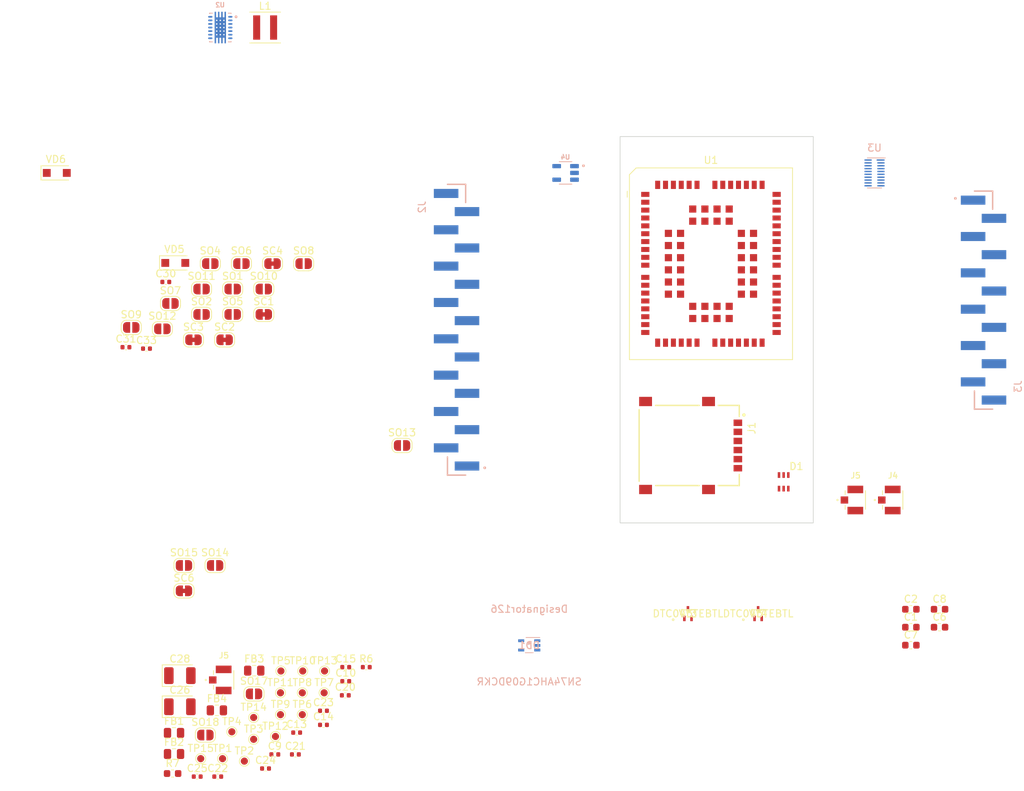
<source format=kicad_pcb>
(kicad_pcb (version 20211014) (generator pcbnew)
  (layers (0 "F.Cu" signal) (31 "B.Cu" signal) (34 "B.Paste" user) (35 "F.Paste" user) (36 "B.SilkS" user "B.Silkscreen") (37 "F.SilkS" user "F.Silkscreen") (38 "B.Mask" user) (39 "F.Mask" user) (44 "Edge.Cuts" user))
  (net 0 "")
  (net 7 "Net-(U1-Pad11)")
  (net 16 "GND")
  (net 21 "RTS_GPS_RXD")
  (net 22 "CTS_GPS_TXD")
  (net 23 "GSM_STATUS")
  (net 24 "GSM_DCD")
  (net 25 "GSM_DTR")
  (net 26 "GSM_CTS")
  (net 27 "GSM_RTS")
  (net 28 "GSM_TXD")
  (net 29 "GSM_RXD")
  (net 30 "Q_INT")
  (net 31 "3V3")
  (net 43 "GSM_RI")
  (net 45 "Net-(J5-Pad2)")
  (net 46 "VDD")
  (net 47 "GMS_STATUS_EXT")
  (net 48 "Q_INT_EXT")
  (net 49 "GSM_DCD_EXT")
  (net 50 "GSM_TXD_ESP32")
  (net 51 "GSM_RXD_ESP32")
  (net 52 "VBAT")
  (net 53 "5V")
  (net 54 "ENABLE")
  (net 55 "GSM_RI_EXT")
  (net 56 "GSM_TXD_ESP_RTS")
  (net 57 "GSM_RXD_ESP_CTS")
  (net 58 "MODEM_ON")
  (net 59 "GSM_DTR_EXT")
  (net 60 "I2C_SCL")
  (net 61 "I2C_SDA")
  (net 62 "USB_VBUS_GSM")
  (net 63 "USB_DP_GSM")
  (net 64 "USB_DN_GSM")
  (net 65 "ON_PIN")
  (net 66 "GSM_STATUS_INT")
  (net 67 "GSM_NET")
  (net 68 "DBG_RXD")
  (net 69 "DBG_TXD")
  (net 70 "GPS_TXD")
  (net 71 "GPS_RXD")
  (net 72 "VDD_EXT")
  (net 73 "DTR")
  (net 74 "VBAT_BB")
  (net 75 "RXD")
  (net 76 "TXD")
  (net 77 "CTS")
  (net 78 "RTS")
  (net 79 "DCD")
  (net 80 "RI")
  (net 81 "SIM_VDD")
  (net 82 "SIM_RST")
  (net 83 "SIM_DATA")
  (net 84 "SIM_CLK")
  (net 85 "GPS_ANT")
  (net 86 "VBAT_RF")
  (net 87 "GSM_ANT")
  (net 88 "USB_BOOT")
  (net 89 "Net-(VT3-Pad1)")
  (net 90 "Net-(J1-PadC2)")
  (net 91 "Net-(J1-PadC3)")
  (net 92 "Net-(J1-PadC7)")
  (net 93 "GPS_ANT_VDD")
  (net 94 "GSM_STATUS_EXT")
  (net 95 "Q_INT_SENS")
  (net 96 "VDD_RTC")
  (net 97 "VDD_RTC_EXT")
  (net 98 "VMODEM")
  (net 99 "Net-(U4-Pad5)")
  (net 100 "Net-(L1-Pad1)")
  (net 101 "Net-(U2-Pad8)")
  (net 102 "QIO")
  (net 103 "GSM_INT_EXT")
  (net 104 "VIN")
  (net 105 "Net-(C7-Pad1)")
  (net 106 "Net-(U2-Pad1)")
  (net 107 "Net-(U2-Pad3)")
  (net 108 "Net-(FB1-Pad2)")
  (net 109 "Net-(J4-Pad1)")
  (net 110 "Net-(C12-Pad1)")
  (net 111 "Net-(R7-Pad1)")
  (net 112 "Net-(SO17-Pad1)")
  (net 113 "Net-(SO18-Pad1)")
  (footprint "TestPoint:TestPoint_Pad_D1.0mm" (layer "F.Cu") (at 85.94 150.29)
    (fp_text reference "TP3" (at 0 -1.448) (layer "F.SilkS"))
    (fp_text value "TestPoint")
    (pad "1" smd circle (at 0 0) (size 1 1) (layers "F.Cu" "F.Mask") (net 27 "GSM_RTS"))
  )
  (footprint "Capacitor_SMD:C_0402_1005Metric" (layer "F.Cu") (at 68.09 95.48)
    (fp_text reference "C31" (at 0 -1.16) (layer "F.SilkS"))
    (fp_text value "4.7uF")
    (pad "1" smd roundrect (at -0.48 0) (size 0.56 0.62) (layers "F.Cu" "F.Paste" "F.Mask") (net 31 "3V3"))
    (pad "2" smd roundrect (at 0.48 0) (size 0.56 0.62) (layers "F.Cu" "F.Paste" "F.Mask") (net 16 "GND"))
  )
  (footprint "Jumper:SolderJumper-2_P1.3mm_Open_RoundedPad1.0x1.5mm" (layer "F.Cu") (at 83.01 90.9)
    (fp_text reference "SO5" (at 0 -1.8) (layer "F.SilkS"))
    (fp_text value "SolderJumper_2_Open")
    (pad "1" smd custom (at -0.65 0) (size 1 0.5) (layers "F.Cu" "F.Mask") (net 27 "GSM_RTS") (options (clearance outline) (anchor rect)) (primitives (gr_circle (center 0 0.25) (end 0.5 0.25) (width 0) (fill yes)) (gr_circle (center 0 -0.25) (end 0.5 -0.25) (width 0) (fill yes)) (gr_poly (pts (xy 0.5 0.75) (xy 0 0.75) (xy 0 -0.75) (xy 0.5 -0.75)) (width 0) (fill yes))))
    (pad "2" smd custom (at 0.65 0) (size 1 0.5) (layers "F.Cu" "F.Mask") (net 56 "GSM_TXD_ESP_RTS") (options (clearance outline) (anchor rect)) (primitives (gr_circle (center 0 0.25) (end 0.5 0.25) (width 0) (fill yes)) (gr_circle (center 0 -0.25) (end 0.5 -0.25) (width 0) (fill yes)) (gr_poly (pts (xy 0 0.75) (xy -0.5 0.75) (xy -0.5 -0.75) (xy 0 -0.75)) (width 0) (fill yes))))
  )
  (footprint "TestPoint:TestPoint_Pad_D1.0mm" (layer "F.Cu") (at 85.94 147.24)
    (fp_text reference "TP14" (at 0 -1.448) (layer "F.SilkS"))
    (fp_text value "TestPoint")
    (pad "1" smd circle (at 0 0) (size 1 1) (layers "F.Cu" "F.Mask") (net 69 "DBG_TXD"))
  )
  (footprint "RF_GSM:Quectel_BG96" (layer "F.Cu") (at 149.86 83.82)
    (fp_text reference "U1" (at 0 -14.478 unlocked) (layer "F.SilkS"))
    (fp_text value "BG96")
    (pad "1" smd rect (at -9.18 -9.7) (size 1.15 0.7) (layers "F.Cu" "F.Mask"))
    (pad "2" smd rect (at -9.18 -8.6) (size 1.15 0.7) (layers "F.Cu" "F.Mask"))
    (pad "3" smd rect (at -9.18 -7.5) (size 1.15 0.7) (layers "F.Cu" "F.Mask") (net 16 "GND"))
    (pad "4" smd rect (at -9.18 -6.4) (size 1.15 0.7) (layers "F.Cu" "F.Mask"))
    (pad "5" smd rect (at -9.18 -5.3) (size 1.15 0.7) (layers "F.Cu" "F.Mask"))
    (pad "6" smd rect (at -9.18 -4.2) (size 1.15 0.7) (layers "F.Cu" "F.Mask"))
    (pad "7" smd rect (at -9.18 -3.1) (size 1.15 0.7) (layers "F.Cu" "F.Mask"))
    (pad "8" smd rect (at -9.18 -2) (size 1.15 0.7) (layers "F.Cu" "F.Mask") (net 62 "USB_VBUS_GSM"))
    (pad "9" smd rect (at -9.18 -0.9) (size 1.15 0.7) (layers "F.Cu" "F.Mask") (net 63 "USB_DP_GSM"))
    (pad "10" smd rect (at -9.18 0.2) (size 1.15 0.7) (layers "F.Cu" "F.Mask") (net 64 "USB_DN_GSM"))
    (pad "11" smd rect (at -9.18 1.9) (size 1.15 0.7) (layers "F.Cu" "F.Mask") (net 7 "Net-(U1-Pad11)"))
    (pad "12" smd rect (at -9.18 3) (size 1.15 0.7) (layers "F.Cu" "F.Mask") (net 7 "Net-(U1-Pad11)"))
    (pad "13" smd rect (at -9.18 4.1) (size 1.15 0.7) (layers "F.Cu" "F.Mask") (net 7 "Net-(U1-Pad11)"))
    (pad "14" smd rect (at -9.18 5.2) (size 1.15 0.7) (layers "F.Cu" "F.Mask") (net 7 "Net-(U1-Pad11)"))
    (pad "15" smd rect (at -9.18 6.3) (size 1.15 0.7) (layers "F.Cu" "F.Mask") (net 65 "ON_PIN"))
    (pad "16" smd rect (at -9.18 7.4) (size 1.15 0.7) (layers "F.Cu" "F.Mask") (net 7 "Net-(U1-Pad11)"))
    (pad "17" smd rect (at -9.18 8.5) (size 1.15 0.7) (layers "F.Cu" "F.Mask"))
    (pad "18" smd rect (at -9.18 9.6) (size 1.15 0.7) (layers "F.Cu" "F.Mask"))
    (pad "19" smd rect (at -7.45 11.03) (size 0.7 1.15) (layers "F.Cu" "F.Mask"))
    (pad "20" smd rect (at -6.35 11.03) (size 0.7 1.15) (layers "F.Cu" "F.Mask") (net 66 "GSM_STATUS_INT"))
    (pad "21" smd rect (at -5.25 11.03) (size 0.7 1.15) (layers "F.Cu" "F.Mask") (net 67 "GSM_NET"))
    (pad "22" smd rect (at -4.15 11.03) (size 0.7 1.15) (layers "F.Cu" "F.Mask") (net 68 "DBG_RXD"))
    (pad "23" smd rect (at -3.05 11.03) (size 0.7 1.15) (layers "F.Cu" "F.Mask") (net 69 "DBG_TXD"))
    (pad "24" smd rect (at -1.95 11.03) (size 0.7 1.15) (layers "F.Cu" "F.Mask"))
    (pad "25" smd rect (at 0.55 11.03) (size 0.7 1.15) (layers "F.Cu" "F.Mask") (net 7 "Net-(U1-Pad11)"))
    (pad "26" smd rect (at 1.65 11.03) (size 0.7 1.15) (layers "F.Cu" "F.Mask"))
    (pad "27" smd rect (at 2.75 11.03) (size 0.7 1.15) (layers "F.Cu" "F.Mask") (net 70 "GPS_TXD"))
    (pad "28" smd rect (at 3.85 11.03) (size 0.7 1.15) (layers "F.Cu" "F.Mask") (net 71 "GPS_RXD"))
    (pad "29" smd rect (at 4.95 11.03) (size 0.7 1.15) (layers "F.Cu" "F.Mask") (net 72 "VDD_EXT"))
    (pad "30" smd rect (at 6.05 11.03) (size 0.7 1.15) (layers "F.Cu" "F.Mask") (net 73 "DTR"))
    (pad "31" smd rect (at 7.15 11.03) (size 0.7 1.15) (layers "F.Cu" "F.Mask") (net 16 "GND"))
    (pad "32" smd rect (at 9.18 9.6) (size 1.15 0.7) (layers "F.Cu" "F.Mask") (net 74 "VBAT_BB"))
    (pad "33" smd rect (at 9.18 8.5) (size 1.15 0.7) (layers "F.Cu" "F.Mask") (net 74 "VBAT_BB"))
    (pad "34" smd rect (at 9.18 7.4) (size 1.15 0.7) (layers "F.Cu" "F.Mask") (net 75 "RXD"))
    (pad "35" smd rect (at 9.18 6.3) (size 1.15 0.7) (layers "F.Cu" "F.Mask") (net 76 "TXD"))
    (pad "36" smd rect (at 9.18 5.2) (size 1.15 0.7) (layers "F.Cu" "F.Mask") (net 77 "CTS"))
    (pad "37" smd rect (at 9.18 4.1) (size 1.15 0.7) (layers "F.Cu" "F.Mask") (net 78 "RTS"))
    (pad "38" smd rect (at 9.18 3) (size 1.15 0.7) (layers "F.Cu" "F.Mask") (net 79 "DCD"))
    (pad "39" smd rect (at 9.18 1.9) (size 1.15 0.7) (layers "F.Cu" "F.Mask") (net 80 "RI"))
    (pad "40" smd rect (at 9.18 0.2) (size 1.15 0.7) (layers "F.Cu" "F.Mask"))
    (pad "41" smd rect (at 9.18 -0.9) (size 1.15 0.7) (layers "F.Cu" "F.Mask"))
    (pad "42" smd rect (at 9.18 -2) (size 1.15 0.7) (layers "F.Cu" "F.Mask") (net 16 "GND"))
    (pad "43" smd rect (at 9.18 -3.1) (size 1.15 0.7) (layers "F.Cu" "F.Mask") (net 81 "SIM_VDD"))
    (pad "44" smd rect (at 9.18 -4.2) (size 1.15 0.7) (layers "F.Cu" "F.Mask") (net 82 "SIM_RST"))
    (pad "45" smd rect (at 9.18 -5.3) (size 1.15 0.7) (layers "F.Cu" "F.Mask") (net 83 "SIM_DATA"))
    (pad "46" smd rect (at 9.18 -6.4) (size 1.15 0.7) (layers "F.Cu" "F.Mask") (net 84 "SIM_CLK"))
    (pad "47" smd rect (at 9.18 -7.5) (size 1.15 0.7) (layers "F.Cu" "F.Mask") (net 16 "GND"))
    (pad "48" smd rect (at 9.18 -8.6) (size 1.15 0.7) (layers "F.Cu" "F.Mask") (net 16 "GND"))
    (pad "49" smd rect (at 9.18 -9.7) (size 1.15 0.7) (layers "F.Cu" "F.Mask") (net 85 "GPS_ANT"))
    (pad "50" smd rect (at 7.15 -11.03) (size 0.7 1.15) (layers "F.Cu" "F.Mask") (net 16 "GND"))
    (pad "51" smd rect (at 6.05 -11.03) (size 0.7 1.15) (layers "F.Cu" "F.Mask") (net 7 "Net-(U1-Pad11)"))
    (pad "52" smd rect (at 4.95 -11.03) (size 0.7 1.15) (layers "F.Cu" "F.Mask") (net 86 "VBAT_RF"))
    (pad "53" smd rect (at 3.85 -11.03) (size 0.7 1.15) (layers "F.Cu" "F.Mask") (net 86 "VBAT_RF"))
    (pad "54" smd rect (at 2.75 -11.03) (size 0.7 1.15) (layers "F.Cu" "F.Mask") (net 16 "GND"))
    (pad "55" smd rect (at 1.65 -11.03) (size 0.7 1.15) (layers "F.Cu" "F.Mask") (net 16 "GND"))
    (pad "56" smd rect (at 0.55 -11.03) (size 0.7 1.15) (layers "F.Cu" "F.Mask") (net 7 "Net-(U1-Pad11)"))
    (pad "57" smd rect (at -1.95 -11.03) (size 0.7 1.15) (layers "F.Cu" "F.Mask") (net 7 "Net-(U1-Pad11)"))
    (pad "58" smd rect (at -3.05 -11.03) (size 0.7 1.15) (layers "F.Cu" "F.Mask") (net 16 "GND"))
    (pad "59" smd rect (at -4.15 -11.03) (size 0.7 1.15) (layers "F.Cu" "F.Mask") (net 16 "GND"))
    (pad "60" smd rect (at -5.25 -11.03) (size 0.7 1.15) (layers "F.Cu" "F.Mask") (net 87 "GSM_ANT"))
    (pad "61" smd rect (at -6.35 -11.03) (size 0.7 1.15) (layers "F.Cu" "F.Mask") (net 16 "GND"))
    (pad "62" smd rect (at -7.45 -11.03) (size 0.7 1.15) (layers "F.Cu" "F.Mask") (net 16 "GND"))
    (pad "63" smd rect (at -5.95 -4.25) (size 1 1) (layers "F.Cu" "F.Mask") (net 7 "Net-(U1-Pad11)"))
    (pad "64" smd rect (at -5.95 -2.55) (size 1 1) (layers "F.Cu" "F.Mask"))
    (pad "65" smd rect (at -5.95 -0.85) (size 1 1) (layers "F.Cu" "F.Mask") (net 7 "Net-(U1-Pad11)"))
    (pad "66" smd rect (at -5.95 0.85) (size 1 1) (layers "F.Cu" "F.Mask") (net 7 "Net-(U1-Pad11)"))
    (pad "67" smd rect (at -5.95 2.55) (size 1 1) (layers "F.Cu" "F.Mask") (net 16 "GND"))
    (pad "68" smd rect (at -5.95 4.25) (size 1 1) (layers "F.Cu" "F.Mask") (net 16 "GND"))
    (pad "69" smd rect (at -2.55 7.65 90) (size 1 1) (layers "F.Cu" "F.Mask") (net 16 "GND"))
    (pad "70" smd rect (at -0.85 7.65 90) (size 1 1) (layers "F.Cu" "F.Mask") (net 16 "GND"))
    (pad "71" smd rect (at 0.85 7.65 90) (size 1 1) (layers "F.Cu" "F.Mask") (net 16 "GND"))
    (pad "72" smd rect (at 2.55 7.65 90) (size 1 1) (layers "F.Cu" "F.Mask") (net 16 "GND"))
    (pad "73" smd rect (at 5.95 4.25) (size 1 1) (layers "F.Cu" "F.Mask") (net 16 "GND"))
    (pad "74" smd rect (at 5.95 2.55) (size 1 1) (layers "F.Cu" "F.Mask") (net 16 "GND"))
    (pad "75" smd rect (at 5.95 0.85) (size 1 1) (layers "F.Cu" "F.Mask") (net 88 "USB_BOOT"))
    (pad "76" smd rect (at 5.95 -0.85) (size 1 1) (layers "F.Cu" "F.Mask") (net 7 "Net-(U1-Pad11)"))
    (pad "77" smd rect (at 5.95 -2.55) (size 1 1) (layers "F.Cu" "F.Mask") (net 7 "Net-(U1-Pad11)"))
    (pad "78" smd rect (at 5.95 -4.25) (size 1 1) (layers "F.Cu" "F.Mask") (net 7 "Net-(U1-Pad11)"))
    (pad "79" smd rect (at 2.55 -7.65 90) (size 1 1) (layers "F.Cu" "F.Mask") (net 16 "GND"))
    (pad "80" smd rect (at 0.85 -7.65 90) (size 1 1) (layers "F.Cu" "F.Mask") (net 16 "GND"))
    (pad "81" smd rect (at -0.85 -7.65 90) (size 1 1) (layers "F.Cu" "F.Mask") (net 16 "GND"))
    (pad "82" smd rect (at -2.55 -7.65 90) (size 1 1) (layers "F.Cu" "F.Mask") (net 16 "GND"))
    (pad "83" smd rect (at -4.25 -4.25) (size 1 1) (layers "F.Cu" "F.Mask") (net 7 "Net-(U1-Pad11)"))
    (pad "84" smd rect (at -4.25 -2.55) (size 1 1) (layers "F.Cu" "F.Mask") (net 7 "Net-(U1-Pad11)"))
    (pad "85" smd rect (at -4.25 -0.85) (size 1 1) (layers "F.Cu" "F.Mask") (net 7 "Net-(U1-Pad11)"))
    (pad "86" smd rect (at -4.25 0.85) (size 1 1) (layers "F.Cu" "F.Mask") (net 7 "Net-(U1-Pad11)"))
    (pad "87" smd rect (at -4.25 2.55) (size 1 1) (layers "F.Cu" "F.Mask") (net 7 "Net-(U1-Pad11)"))
    (pad "88" smd rect (at -4.25 4.25) (size 1 1) (layers "F.Cu" "F.Mask") (net 7 "Net-(U1-Pad11)"))
    (pad "89" smd rect (at -2.55 5.95 90) (size 1 1) (layers "F.Cu" "F.Mask") (net 16 "GND"))
    (pad "90" smd rect (at -0.85 5.95 90) (size 1 1) (layers "F.Cu" "F.Mask") (net 16 "GND"))
    (pad "91" smd rect (at 0.85 5.95 90) (size 1 1) (layers "F.Cu" "F.Mask") (net 16 "GND"))
    (pad "92" smd rect (at 2.55 5.95 90) (size 1 1) (layers "F.Cu" "F.Mask") (net 7 "Net-(U1-Pad11)"))
    (pad "93" smd rect (at 4.25 4.25) (size 1 1) (layers "F.Cu" "F.Mask") (net 7 "Net-(U1-Pad11)"))
    (pad "94" smd rect (at 4.25 2.55) (size 1 1) (layers "F.Cu" "F.Mask") (net 7 "Net-(U1-Pad11)"))
    (pad "95" smd rect (at 4.25 0.85) (size 1 1) (layers "F.Cu" "F.Mask") (net 7 "Net-(U1-Pad11)"))
    (pad "96" smd rect (at 4.25 -0.85) (size 1 1) (layers "F.Cu" "F.Mask") (net 7 "Net-(U1-Pad11)"))
    (pad "97" smd rect (at 4.25 -2.55) (size 1 1) (layers "F.Cu" "F.Mask") (net 7 "Net-(U1-Pad11)"))
    (pad "98" smd rect (at 4.25 -4.25) (size 1 1) (layers "F.Cu" "F.Mask") (net 7 "Net-(U1-Pad11)"))
    (pad "99" smd rect (at 2.55 -5.95 90) (size 1 1) (layers "F.Cu" "F.Mask") (net 7 "Net-(U1-Pad11)"))
    (pad "100" smd rect (at 0.85 -5.95 90) (size 1 1) (layers "F.Cu" "F.Mask") (net 16 "GND"))
    (pad "101" smd rect (at -0.85 -5.95 90) (size 1 1) (layers "F.Cu" "F.Mask") (net 16 "GND"))
    (pad "102" smd rect (at -2.55 -5.95 90) (size 1 1) (layers "F.Cu" "F.Mask") (net 16 "GND"))
  )
  (footprint "Capacitor_SMD:C_0603_1608Metric" (layer "F.Cu") (at 181.81 132.11)
    (fp_text reference "C8" (at 0 -1.43) (layer "F.SilkS"))
    (fp_text value "22uF")
    (pad "1" smd roundrect (at -0.775 0) (size 0.9 0.95) (layers "F.Cu" "F.Paste" "F.Mask") (net 105 "Net-(C7-Pad1)"))
    (pad "2" smd roundrect (at 0.775 0) (size 0.9 0.95) (layers "F.Cu" "F.Paste" "F.Mask") (net 16 "GND"))
  )
  (footprint "Capacitor_SMD:C_0402_1005Metric" (layer "F.Cu") (at 95.7 146.3)
    (fp_text reference "C23" (at 0 -1.16) (layer "F.SilkS"))
    (fp_text value "33pF")
    (pad "1" smd roundrect (at -0.48 0) (size 0.56 0.62) (layers "F.Cu" "F.Paste" "F.Mask") (net 86 "VBAT_RF"))
    (pad "2" smd roundrect (at 0.48 0) (size 0.56 0.62) (layers "F.Cu" "F.Paste" "F.Mask") (net 16 "GND"))
  )
  (footprint "TestPoint:TestPoint_Pad_D1.0mm" (layer "F.Cu") (at 95.79 143.79)
    (fp_text reference "TP7" (at 0 -1.448) (layer "F.SilkS"))
    (fp_text value "TestPoint")
    (pad "1" smd circle (at 0 0) (size 1 1) (layers "F.Cu" "F.Mask") (net 43 "GSM_RI"))
  )
  (footprint "Capacitor_SMD:C_0402_1005Metric" (layer "F.Cu") (at 98.75 144.14)
    (fp_text reference "C20" (at 0 -1.16) (layer "F.SilkS"))
    (fp_text value "100nF")
    (pad "1" smd roundrect (at -0.48 0) (size 0.56 0.62) (layers "F.Cu" "F.Paste" "F.Mask") (net 86 "VBAT_RF"))
    (pad "2" smd roundrect (at 0.48 0) (size 0.56 0.62) (layers "F.Cu" "F.Paste" "F.Mask") (net 16 "GND"))
  )
  (footprint "ul_DTC043TEBTL:DTC043TEBTL" (layer "F.Cu") (at 156.4522 132.72135)
    (fp_text reference "VT4" (at 0 0) (layer "F.SilkS"))
    (fp_text value "DTC043TEBTL" (at 0 0) (layer "F.SilkS"))
    (fp_text user "*" (at 0 0) (layer "F.SilkS"))
    (pad "1" smd rect locked (at -0.499999 0.6731) (size 0.3556 0.762) (layers "F.Cu" "F.Paste" "F.Mask") (net 65 "ON_PIN"))
    (pad "2" smd rect locked (at 0.499999 0.6731) (size 0.3556 0.762) (layers "F.Cu" "F.Paste" "F.Mask") (net 65 "ON_PIN"))
    (pad "3" smd rect locked (at 0 -0.6731) (size 0.3556 0.762) (layers "F.Cu" "F.Paste" "F.Mask") (net 16 "GND"))
  )
  (footprint "Capacitor_SMD:C_0402_1005Metric" (layer "F.Cu") (at 91.95 149.35)
    (fp_text reference "C13" (at 0 -1.16) (layer "F.SilkS"))
    (fp_text value "DNP")
    (pad "1" smd roundrect (at -0.48 0) (size 0.56 0.62) (layers "F.Cu" "F.Paste" "F.Mask") (net 87 "GSM_ANT"))
    (pad "2" smd roundrect (at 0.48 0) (size 0.56 0.62) (layers "F.Cu" "F.Paste" "F.Mask") (net 16 "GND"))
  )
  (footprint "TestPoint:TestPoint_Pad_D1.0mm" (layer "F.Cu") (at 92.74 143.79)
    (fp_text reference "TP8" (at 0 -1.448) (layer "F.SilkS"))
    (fp_text value "TestPoint")
    (pad "1" smd circle (at 0 0) (size 1 1) (layers "F.Cu" "F.Mask") (net 23 "GSM_STATUS"))
  )
  (footprint "Jumper:SolderJumper-2_P1.3mm_Open_RoundedPad1.0x1.5mm" (layer "F.Cu") (at 80.55 125.99)
    (fp_text reference "SO14" (at 0 -1.8) (layer "F.SilkS"))
    (fp_text value "SolderJumper_2_Open")
    (pad "1" smd custom (at -0.65 0) (size 1 0.5) (layers "F.Cu" "F.Mask") (net 95 "Q_INT_SENS") (options (clearance outline) (anchor rect)) (primitives (gr_circle (center 0 0.25) (end 0.5 0.25) (width 0) (fill yes)) (gr_circle (center 0 -0.25) (end 0.5 -0.25) (width 0) (fill yes)) (gr_poly (pts (xy 0.5 0.75) (xy 0 0.75) (xy 0 -0.75) (xy 0.5 -0.75)) (width 0) (fill yes))))
    (pad "2" smd custom (at 0.65 0) (size 1 0.5) (layers "F.Cu" "F.Mask") (net 103 "GSM_INT_EXT") (options (clearance outline) (anchor rect)) (primitives (gr_circle (center 0 0.25) (end 0.5 0.25) (width 0) (fill yes)) (gr_circle (center 0 -0.25) (end 0.5 -0.25) (width 0) (fill yes)) (gr_poly (pts (xy 0 0.75) (xy -0.5 0.75) (xy -0.5 -0.75) (xy 0 -0.75)) (width 0) (fill yes))))
  )
  (footprint "Capacitor_SMD:C_0402_1005Metric" (layer "F.Cu") (at 73.66 86.36)
    (fp_text reference "C30" (at 0 -1.16) (layer "F.SilkS"))
    (fp_text value "4.7uF")
    (pad "1" smd roundrect (at -0.48 0) (size 0.56 0.62) (layers "F.Cu" "F.Paste" "F.Mask") (net 98 "VMODEM"))
    (pad "2" smd roundrect (at 0.48 0) (size 0.56 0.62) (layers "F.Cu" "F.Paste" "F.Mask") (net 16 "GND"))
  )
  (footprint "Jumper:SolderJumper-2_P1.3mm_Open_RoundedPad1.0x1.5mm" (layer "F.Cu") (at 68.83 92.72)
    (fp_text reference "SO9" (at 0 -1.8) (layer "F.SilkS"))
    (fp_text value "SolderJumper_2_Open")
    (pad "1" smd custom (at -0.65 0) (size 1 0.5) (layers "F.Cu" "F.Mask") (net 24 "GSM_DCD") (options (clearance outline) (anchor rect)) (primitives (gr_circle (center 0 0.25) (end 0.5 0.25) (width 0) (fill yes)) (gr_circle (center 0 -0.25) (end 0.5 -0.25) (width 0) (fill yes)) (gr_poly (pts (xy 0.5 0.75) (xy 0 0.75) (xy 0 -0.75) (xy 0.5 -0.75)) (width 0) (fill yes))))
    (pad "2" smd custom (at 0.65 0) (size 1 0.5) (layers "F.Cu" "F.Mask") (net 49 "GSM_DCD_EXT") (options (clearance outline) (anchor rect)) (primitives (gr_circle (center 0 0.25) (end 0.5 0.25) (width 0) (fill yes)) (gr_circle (center 0 -0.25) (end 0.5 -0.25) (width 0) (fill yes)) (gr_poly (pts (xy 0 0.75) (xy -0.5 0.75) (xy -0.5 -0.75) (xy 0 -0.75)) (width 0) (fill yes))))
  )
  (footprint "Jumper:SolderJumper-2_P1.3mm_Open_RoundedPad1.0x1.5mm" (layer "F.Cu") (at 79.19 149.69)
    (fp_text reference "SO18" (at 0 -1.8) (layer "F.SilkS"))
    (fp_text value "SolderJumper_2_Open")
    (pad "1" smd custom (at -0.65 0) (size 1 0.5) (layers "F.Cu" "F.Mask") (net 113 "Net-(SO18-Pad1)") (options (clearance outline) (anchor rect)) (primitives (gr_circle (center 0 0.25) (end 0.5 0.25) (width 0) (fill yes)) (gr_circle (center 0 -0.25) (end 0.5 -0.25) (width 0) (fill yes)) (gr_poly (pts (xy 0.5 0.75) (xy 0 0.75) (xy 0 -0.75) (xy 0.5 -0.75)) (width 0) (fill yes))))
    (pad "2" smd custom (at 0.65 0) (size 1 0.5) (layers "F.Cu" "F.Mask") (net 46 "VDD") (options (clearance outline) (anchor rect)) (primitives (gr_circle (center 0 0.25) (end 0.5 0.25) (width 0) (fill yes)) (gr_circle (center 0 -0.25) (end 0.5 -0.25) (width 0) (fill yes)) (gr_poly (pts (xy 0 0.75) (xy -0.5 0.75) (xy -0.5 -0.75) (xy 0 -0.75)) (width 0) (fill yes))))
  )
  (footprint "Jumper:SolderJumper-2_P1.3mm_Open_RoundedPad1.0x1.5mm" (layer "F.Cu") (at 84.23 83.8)
    (fp_text reference "SO6" (at 0 -1.8) (layer "F.SilkS"))
    (fp_text value "SolderJumper_2_Open")
    (pad "1" smd custom (at -0.65 0) (size 1 0.5) (layers "F.Cu" "F.Mask") (net 29 "GSM_RXD") (options (clearance outline) (anchor rect)) (primitives (gr_circle (center 0 0.25) (end 0.5 0.25) (width 0) (fill yes)) (gr_circle (center 0 -0.25) (end 0.5 -0.25) (width 0) (fill yes)) (gr_poly (pts (xy 0.5 0.75) (xy 0 0.75) (xy 0 -0.75) (xy 0.5 -0.75)) (width 0) (fill yes))))
    (pad "2" smd custom (at 0.65 0) (size 1 0.5) (layers "F.Cu" "F.Mask") (net 57 "GSM_RXD_ESP_CTS") (options (clearance outline) (anchor rect)) (primitives (gr_circle (center 0 0.25) (end 0.5 0.25) (width 0) (fill yes)) (gr_circle (center 0 -0.25) (end 0.5 -0.25) (width 0) (fill yes)) (gr_poly (pts (xy 0 0.75) (xy -0.5 0.75) (xy -0.5 -0.75) (xy 0 -0.75)) (width 0) (fill yes))))
  )
  (footprint "Jumper:SolderJumper-2_P1.3mm_Open_RoundedPad1.0x1.5mm" (layer "F.Cu") (at 76.2 125.99)
    (fp_text reference "SO15" (at 0 -1.8) (layer "F.SilkS"))
    (fp_text value "SolderJumper_2_Open")
    (pad "1" smd custom (at -0.65 0) (size 1 0.5) (layers "F.Cu" "F.Mask") (net 96 "VDD_RTC") (options (clearance outline) (anchor rect)) (primitives (gr_circle (center 0 0.25) (end 0.5 0.25) (width 0) (fill yes)) (gr_circle (center 0 -0.25) (end 0.5 -0.25) (width 0) (fill yes)) (gr_poly (pts (xy 0.5 0.75) (xy 0 0.75) (xy 0 -0.75) (xy 0.5 -0.75)) (width 0) (fill yes))))
    (pad "2" smd custom (at 0.65 0) (size 1 0.5) (layers "F.Cu" "F.Mask") (net 97 "VDD_RTC_EXT") (options (clearance outline) (anchor rect)) (primitives (gr_circle (center 0 0.25) (end 0.5 0.25) (width 0) (fill yes)) (gr_circle (center 0 -0.25) (end 0.5 -0.25) (width 0) (fill yes)) (gr_poly (pts (xy 0 0.75) (xy -0.5 0.75) (xy -0.5 -0.75) (xy 0 -0.75)) (width 0) (fill yes))))
  )
  (footprint "Jumper:SolderJumper-2_P1.3mm_Open_RoundedPad1.0x1.5mm" (layer "F.Cu") (at 83.01 87.35)
    (fp_text reference "SO1" (at 0 -1.8) (layer "F.SilkS"))
    (fp_text value "SolderJumper_2_Open")
    (pad "1" smd custom (at -0.65 0) (size 1 0.5) (layers "F.Cu" "F.Mask") (net 70 "GPS_TXD") (options (clearance outline) (anchor rect)) (primitives (gr_circle (center 0 0.25) (end 0.5 0.25) (width 0) (fill yes)) (gr_circle (center 0 -0.25) (end 0.5 -0.25) (width 0) (fill yes)) (gr_poly (pts (xy 0.5 0.75) (xy 0 0.75) (xy 0 -0.75) (xy 0.5 -0.75)) (width 0) (fill yes))))
    (pad "2" smd custom (at 0.65 0) (size 1 0.5) (layers "F.Cu" "F.Mask") (net 22 "CTS_GPS_TXD") (options (clearance outline) (anchor rect)) (primitives (gr_circle (center 0 0.25) (end 0.5 0.25) (width 0) (fill yes)) (gr_circle (center 0 -0.25) (end 0.5 -0.25) (width 0) (fill yes)) (gr_poly (pts (xy 0 0.75) (xy -0.5 0.75) (xy -0.5 -0.75) (xy 0 -0.75)) (width 0) (fill yes))))
  )
  (footprint "Capacitor_SMD:C_0603_1608Metric" (layer "F.Cu") (at 74.61 155.07)
    (fp_text reference "R7" (at 0 -1.43) (layer "F.SilkS"))
    (fp_text value "10")
    (pad "1" smd roundrect (at -0.775 0) (size 0.9 0.95) (layers "F.Cu" "F.Paste" "F.Mask") (net 111 "Net-(R7-Pad1)"))
    (pad "2" smd roundrect (at 0.775 0) (size 0.9 0.95) (layers "F.Cu" "F.Paste" "F.Mask") (net 93 "GPS_ANT_VDD"))
  )
  (footprint "Capacitor_SMD:C_0402_1005Metric" (layer "F.Cu") (at 101.68 140.2)
    (fp_text reference "R6" (at 0 -1.16) (layer "F.SilkS"))
    (fp_text value "0")
    (pad "1" smd roundrect (at -0.48 0) (size 0.56 0.62) (layers "F.Cu" "F.Paste" "F.Mask") (net 109 "Net-(J4-Pad1)"))
    (pad "2" smd roundrect (at 0.48 0) (size 0.56 0.62) (layers "F.Cu" "F.Paste" "F.Mask") (net 87 "GSM_ANT"))
  )
  (footprint "Capacitor_SMD:C_0402_1005Metric" (layer "F.Cu") (at 88.9 152.4)
    (fp_text reference "C9" (at 0 -1.16) (layer "F.SilkS"))
    (fp_text value "DNP")
    (pad "1" smd roundrect (at -0.48 0) (size 0.56 0.62) (layers "F.Cu" "F.Paste" "F.Mask") (net 109 "Net-(J4-Pad1)"))
    (pad "2" smd roundrect (at 0.48 0) (size 0.56 0.62) (layers "F.Cu" "F.Paste" "F.Mask") (net 16 "GND"))
  )
  (footprint "Resistor_SMD:R_0805_2012Metric" (layer "F.Cu") (at 74.81 152.34)
    (fp_text reference "FB2" (at 0 -1.65) (layer "F.SilkS"))
    (fp_text value "FerriteBead")
    (pad "1" smd roundrect (at -0.9125 0) (size 1.025 1.4) (layers "F.Cu" "F.Paste" "F.Mask") (roundrect_rratio 0.243902) (net 105 "Net-(C7-Pad1)"))
    (pad "2" smd roundrect (at 0.9125 0) (size 1.025 1.4) (layers "F.Cu" "F.Paste" "F.Mask") (roundrect_rratio 0.243902) (net 98 "VMODEM"))
  )
  (footprint "Capacitor_SMD:C_0402_1005Metric" (layer "F.Cu") (at 98.81 142.17)
    (fp_text reference "C10" (at 0 -1.16) (layer "F.SilkS"))
    (fp_text value "DNP")
    (pad "1" smd roundrect (at -0.48 0) (size 0.56 0.62) (layers "F.Cu" "F.Paste" "F.Mask") (net 110 "Net-(C12-Pad1)"))
    (pad "2" smd roundrect (at 0.48 0) (size 0.56 0.62) (layers "F.Cu" "F.Paste" "F.Mask") (net 16 "GND"))
  )
  (footprint "Capacitor_SMD:C_0402_1005Metric" (layer "F.Cu") (at 98.81 140.2)
    (fp_text reference "C15" (at 0 -1.16) (layer "F.SilkS"))
    (fp_text value "0.1uF")
    (pad "1" smd roundrect (at -0.48 0) (size 0.56 0.62) (layers "F.Cu" "F.Paste" "F.Mask") (net 93 "GPS_ANT_VDD"))
    (pad "2" smd roundrect (at 0.48 0) (size 0.56 0.62) (layers "F.Cu" "F.Paste" "F.Mask") (net 16 "GND"))
  )
  (footprint "U_fl_conn:HRS_U.FL-R-SMT(10)" (layer "F.Cu") (at 175.26 116.84)
    (fp_text reference "J4" (at 0.039915 -3.411835) (layer "F.SilkS") (effects (font (size 0.801331 0.801331))))
    (fp_text value "U.FL-R-SMT")
    (pad "1" smd rect locked (at -1.525 0) (size 1.05 1) (layers "F.Cu" "F.Paste" "F.Mask") (net 109 "Net-(J4-Pad1)"))
    (pad "2" smd rect locked (at 0 -1.475 270) (size 1.05 2.2) (layers "F.Cu" "F.Paste" "F.Mask") (net 16 "GND"))
    (pad "3" smd rect locked (at 0 1.475 270) (size 1.05 2.2) (layers "F.Cu" "F.Paste" "F.Mask") (net 16 "GND"))
  )
  (footprint "Resistor_SMD:R_0805_2012Metric" (layer "F.Cu") (at 80.8 146.24)
    (fp_text reference "FB4" (at 0 -1.65) (layer "F.SilkS"))
    (fp_text value "FerriteBead")
    (pad "1" smd roundrect (at -0.9125 0) (size 1.025 1.4) (layers "F.Cu" "F.Paste" "F.Mask") (roundrect_rratio 0.243902) (net 86 "VBAT_RF"))
    (pad "2" smd roundrect (at 0.9125 0) (size 1.025 1.4) (layers "F.Cu" "F.Paste" "F.Mask") (roundrect_rratio 0.243902) (net 98 "VMODEM"))
  )
  (footprint "Jumper:SolderJumper-2_P1.3mm_Bridged_RoundedPad1.0x1.5mm" (layer "F.Cu") (at 81.88 94.45)
    (fp_text reference "SC2" (at 0 -1.8) (layer "F.SilkS"))
    (fp_text value "SolderJumper_2_Bridged")
    (fp_poly (pts (xy 0.25 -0.3) (xy -0.25 -0.3) (xy -0.25 0.3) (xy 0.25 0.3)) (layer "F.Cu") (width 0) (fill solid))
    (pad "1" smd custom (at -0.65 0) (size 1 0.5) (layers "F.Cu" "F.Mask") (net 21 "RTS_GPS_RXD") (options (clearance outline) (anchor rect)) (primitives (gr_circle (center 0 0.25) (end 0.5 0.25) (width 0) (fill yes)) (gr_circle (center 0 -0.25) (end 0.5 -0.25) (width 0) (fill yes)) (gr_poly (pts (xy 0.5 0.75) (xy 0 0.75) (xy 0 -0.75) (xy 0.5 -0.75)) (width 0) (fill yes))))
    (pad "2" smd custom (at 0.65 0) (size 1 0.5) (layers "F.Cu" "F.Mask") (net 78 "RTS") (options (clearance outline) (anchor rect)) (primitives (gr_circle (center 0 0.25) (end 0.5 0.25) (width 0) (fill yes)) (gr_circle (center 0 -0.25) (end 0.5 -0.25) (width 0) (fill yes)) (gr_poly (pts (xy 0 0.75) (xy -0.5 0.75) (xy -0.5 -0.75) (xy 0 -0.75)) (width 0) (fill yes))))
  )
  (footprint "Capacitor_SMD:C_0603_1608Metric" (layer "F.Cu") (at 177.8 137.13)
    (fp_text reference "C7" (at 0 -1.43) (layer "F.SilkS"))
    (fp_text value "22uF")
    (pad "1" smd roundrect (at -0.775 0) (size 0.9 0.95) (layers "F.Cu" "F.Paste" "F.Mask") (net 105 "Net-(C7-Pad1)"))
    (pad "2" smd roundrect (at 0.775 0) (size 0.9 0.95) (layers "F.Cu" "F.Paste" "F.Mask") (net 16 "GND"))
  )
  (footprint "Capacitor_SMD:C_0402_1005Metric" (layer "F.Cu") (at 91.77 152.4)
    (fp_text reference "C21" (at 0 -1.16) (layer "F.SilkS"))
    (fp_text value "100nF")
    (pad "1" smd roundrect (at -0.48 0) (size 0.56 0.62) (layers "F.Cu" "F.Paste" "F.Mask") (net 86 "VBAT_RF"))
    (pad "2" smd roundrect (at 0.48 0) (size 0.56 0.62) (layers "F.Cu" "F.Paste" "F.Mask") (net 16 "GND"))
  )
  (footprint "Jumper:SolderJumper-2_P1.3mm_Open_RoundedPad1.0x1.5mm" (layer "F.Cu") (at 74.31 89.37)
    (fp_text reference "SO7" (at 0 -1.8) (layer "F.SilkS"))
    (fp_text value "SolderJumper_2_Open")
    (pad "1" smd custom (at -0.65 0) (size 1 0.5) (layers "F.Cu" "F.Mask") (net 26 "GSM_CTS") (options (clearance outline) (anchor rect)) (primitives (gr_circle (center 0 0.25) (end 0.5 0.25) (width 0) (fill yes)) (gr_circle (center 0 -0.25) (end 0.5 -0.25) (width 0) (fill yes)) (gr_poly (pts (xy 0.5 0.75) (xy 0 0.75) (xy 0 -0.75) (xy 0.5 -0.75)) (width 0) (fill yes))))
    (pad "2" smd custom (at 0.65 0) (size 1 0.5) (layers "F.Cu" "F.Mask") (net 57 "GSM_RXD_ESP_CTS") (options (clearance outline) (anchor rect)) (primitives (gr_circle (center 0 0.25) (end 0.5 0.25) (width 0) (fill yes)) (gr_circle (center 0 -0.25) (end 0.5 -0.25) (width 0) (fill yes)) (gr_poly (pts (xy 0 0.75) (xy -0.5 0.75) (xy -0.5 -0.75) (xy 0 -0.75)) (width 0) (fill yes))))
  )
  (footprint "Capacitor_SMD:C_0603_1608Metric" (layer "F.Cu") (at 177.8 134.62)
    (fp_text reference "C1" (at 0 -1.43) (layer "F.SilkS"))
    (fp_text value "22uF")
    (pad "1" smd roundrect (at -0.775 0) (size 0.9 0.95) (layers "F.Cu" "F.Paste" "F.Mask") (net 108 "Net-(FB1-Pad2)"))
    (pad "2" smd roundrect (at 0.775 0) (size 0.9 0.95) (layers "F.Cu" "F.Paste" "F.Mask") (net 16 "GND"))
  )
  (footprint "Jumper:SolderJumper-2_P1.3mm_Open_RoundedPad1.0x1.5mm" (layer "F.Cu") (at 106.68 109.22)
    (fp_text reference "SO13" (at 0 -1.8) (layer "F.SilkS"))
    (fp_text value "SolderJumper_2_Open")
    (pad "1" smd custom (at -0.65 0) (size 1 0.5) (layers "F.Cu" "F.Mask") (net 30 "Q_INT") (options (clearance outline) (anchor rect)) (primitives (gr_circle (center 0 0.25) (end 0.5 0.25) (width 0) (fill yes)) (gr_circle (center 0 -0.25) (end 0.5 -0.25) (width 0) (fill yes)) (gr_poly (pts (xy 0.5 0.75) (xy 0 0.75) (xy 0 -0.75) (xy 0.5 -0.75)) (width 0) (fill yes))))
    (pad "2" smd custom (at 0.65 0) (size 1 0.5) (layers "F.Cu" "F.Mask") (net 103 "GSM_INT_EXT") (options (clearance outline) (anchor rect)) (primitives (gr_circle (center 0 0.25) (end 0.5 0.25) (width 0) (fill yes)) (gr_circle (center 0 -0.25) (end 0.5 -0.25) (width 0) (fill yes)) (gr_poly (pts (xy 0 0.75) (xy -0.5 0.75) (xy -0.5 -0.75) (xy 0 -0.75)) (width 0) (fill yes))))
  )
  (footprint "TestPoint:TestPoint_Pad_D1.0mm" (layer "F.Cu") (at 78.54 152.99)
    (fp_text reference "TP15" (at 0 -1.448) (layer "F.SilkS"))
    (fp_text value "TestPoint")
    (pad "1" smd circle (at 0 0) (size 1 1) (layers "F.Cu" "F.Mask") (net 68 "DBG_RXD"))
  )
  (footprint "Jumper:SolderJumper-2_P1.3mm_Open_RoundedPad1.0x1.5mm" (layer "F.Cu") (at 85.99 143.94)
    (fp_text reference "SO17" (at 0 -1.8) (layer "F.SilkS"))
    (fp_text value "SolderJumper_2_Open")
    (pad "1" smd custom (at -0.65 0) (size 1 0.5) (layers "F.Cu" "F.Mask") (net 112 "Net-(SO17-Pad1)") (options (clearance outline) (anchor rect)) (primitives (gr_circle (center 0 0.25) (end 0.5 0.25) (width 0) (fill yes)) (gr_circle (center 0 -0.25) (end 0.5 -0.25) (width 0) (fill yes)) (gr_poly (pts (xy 0.5 0.75) (xy 0 0.75) (xy 0 -0.75) (xy 0.5 -0.75)) (width 0) (fill yes))))
    (pad "2" smd custom (at 0.65 0) (size 1 0.5) (layers "F.Cu" "F.Mask") (net 46 "VDD") (options (clearance outline) (anchor rect)) (primitives (gr_circle (center 0 0.25) (end 0.5 0.25) (width 0) (fill yes)) (gr_circle (center 0 -0.25) (end 0.5 -0.25) (width 0) (fill yes)) (gr_poly (pts (xy 0 0.75) (xy -0.5 0.75) (xy -0.5 -0.75) (xy 0 -0.75)) (width 0) (fill yes))))
  )
  (footprint "TestPoint:TestPoint_Pad_D1.0mm" (layer "F.Cu") (at 81.59 152.99)
    (fp_text reference "TP1" (at 0 -1.448) (layer "F.SilkS"))
    (fp_text value "TestPoint")
    (pad "1" smd circle (at 0 0) (size 1 1) (layers "F.Cu" "F.Mask") (net 28 "GSM_TXD"))
  )
  (footprint "SIM8060-6-0-14-00-A:GCT_SIM8060-6-0-14-00-A" (layer "F.Cu") (at 146.82 109.22 -90)
    (fp_text reference "J1" (at -2.427355 -8.743475 -90) (layer "F.SilkS") (effects (font (size 1.000969 1.000969))))
    (fp_text value "SIM8060-6-0-14-00-A")
    (pad "C1" smd rect locked (at -3.175 -6.8 270) (size 0.9 1.2) (layers "F.Cu" "F.Paste" "F.Mask") (net 81 "SIM_VDD"))
    (pad "C2" smd rect locked (at -0.635 -6.8 270) (size 0.9 1.2) (layers "F.Cu" "F.Paste" "F.Mask") (net 90 "Net-(J1-PadC2)"))
    (pad "C3" smd rect locked (at 1.905 -6.8 270) (size 0.9 1.2) (layers "F.Cu" "F.Paste" "F.Mask") (net 91 "Net-(J1-PadC3)"))
    (pad "C5" smd rect locked (at -1.905 -6.8 270) (size 0.9 1.2) (layers "F.Cu" "F.Paste" "F.Mask") (net 16 "GND"))
    (pad "C6" smd rect locked (at 0.635 -6.8 270) (size 0.9 1.2) (layers "F.Cu" "F.Paste" "F.Mask"))
    (pad "C7" smd rect locked (at 3.175 -6.8 270) (size 0.9 1.2) (layers "F.Cu" "F.Paste" "F.Mask") (net 92 "Net-(J1-PadC7)"))
    (pad "S1" smd rect locked (at -6.15 -2.7 270) (size 1.3 1.8) (layers "F.Cu" "F.Paste" "F.Mask") (net 16 "GND"))
    (pad "S2" smd rect locked (at 6.15 -2.7 270) (size 1.3 1.8) (layers "F.Cu" "F.Paste" "F.Mask") (net 16 "GND"))
    (pad "S3" smd rect locked (at 6.15 6.1 270) (size 1.3 1.8) (layers "F.Cu" "F.Paste" "F.Mask") (net 16 "GND"))
    (pad "S4" smd rect locked (at -6.15 6.1 270) (size 1.3 1.8) (layers "F.Cu" "F.Paste" "F.Mask") (net 16 "GND"))
  )
  (footprint "Diode_SMD:D_SOD-123F" (layer "F.Cu") (at 58.42 71.12)
    (fp_text reference "VD6" (at -0.127 -1.905) (layer "F.SilkS"))
    (fp_text value "SS2030FL_R1_00001")
    (pad "1" smd rect (at -1.4 0) (size 1.1 1.1) (layers "F.Cu" "F.Paste" "F.Mask") (net 104 "VIN"))
    (pad "2" smd rect (at 1.4 0) (size 1.1 1.1) (layers "F.Cu" "F.Paste" "F.Mask") (net 53 "5V"))
  )
  (footprint "Jumper:SolderJumper-2_P1.3mm_Open_RoundedPad1.0x1.5mm" (layer "F.Cu") (at 92.93 83.8)
    (fp_text reference "SO8" (at 0 -1.8) (layer "F.SilkS"))
    (fp_text value "SolderJumper_2_Open")
    (pad "1" smd custom (at -0.65 0) (size 1 0.5) (layers "F.Cu" "F.Mask") (net 25 "GSM_DTR") (options (clearance outline) (anchor rect)) (primitives (gr_circle (center 0 0.25) (end 0.5 0.25) (width 0) (fill yes)) (gr_circle (center 0 -0.25) (end 0.5 -0.25) (width 0) (fill yes)) (gr_poly (pts (xy 0.5 0.75) (xy 0 0.75) (xy 0 -0.75) (xy 0.5 -0.75)) (width 0) (fill yes))))
    (pad "2" smd custom (at 0.65 0) (size 1 0.5) (layers "F.Cu" "F.Mask") (net 59 "GSM_DTR_EXT") (options (clearance outline) (anchor rect)) (primitives (gr_circle (center 0 0.25) (end 0.5 0.25) (width 0) (fill yes)) (gr_circle (center 0 -0.25) (end 0.5 -0.25) (width 0) (fill yes)) (gr_poly (pts (xy 0 0.75) (xy -0.5 0.75) (xy -0.5 -0.75) (xy 0 -0.75)) (width 0) (fill yes))))
  )
  (footprint "Resistor_SMD:R_0805_2012Metric" (layer "F.Cu") (at 86.02 140.69)
    (fp_text reference "FB3" (at 0 -1.65) (layer "F.SilkS"))
    (fp_text value "FerriteBead")
    (pad "1" smd roundrect (at -0.9125 0) (size 1.025 1.4) (layers "F.Cu" "F.Paste" "F.Mask") (roundrect_rratio 0.243902) (net 86 "VBAT_RF"))
    (pad "2" smd roundrect (at 0.9125 0) (size 1.025 1.4) (layers "F.Cu" "F.Paste" "F.Mask") (roundrect_rratio 0.243902) (net 98 "VMODEM"))
  )
  (footprint "Capacitor_SMD:C_0402_1005Metric" (layer "F.Cu") (at 95.7 148.27)
    (fp_text reference "C14" (at 0 -1.16) (layer "F.SilkS"))
    (fp_text value "DNP")
    (pad "1" smd roundrect (at -0.48 0) (size 0.56 0.62) (layers "F.Cu" "F.Paste" "F.Mask") (net 85 "GPS_ANT"))
    (pad "2" smd roundrect (at 0.48 0) (size 0.56 0.62) (layers "F.Cu" "F.Paste" "F.Mask") (net 16 "GND"))
  )
  (footprint "TestPoint:TestPoint_Pad_D1.0mm" (layer "F.Cu") (at 89.69 143.79)
    (fp_text reference "TP11" (at 0 -1.448) (layer "F.SilkS"))
    (fp_text value "TestPoint")
    (pad "1" smd circle (at 0 0) (size 1 1) (layers "F.Cu" "F.Mask") (net 64 "USB_DN_GSM"))
  )
  (footprint "Resistor_SMD:R_0805_2012Metric" (layer "F.Cu") (at 74.81 149.39)
    (fp_text reference "FB1" (at 0 -1.65) (layer "F.SilkS"))
    (fp_text value "FerriteBead")
    (pad "1" smd roundrect (at -0.9125 0) (size 1.025 1.4) (layers "F.Cu" "F.Paste" "F.Mask") (roundrect_rratio 0.243902) (net 104 "VIN"))
    (pad "2" smd roundrect (at 0.9125 0) (size 1.025 1.4) (layers "F.Cu" "F.Paste" "F.Mask") (roundrect_rratio 0.243902) (net 108 "Net-(FB1-Pad2)"))
  )
  (footprint "U_fl_conn:HRS_U.FL-R-SMT(10)" (layer "F.Cu") (at 81.745 141.99)
    (fp_text reference "J5" (at 0.039915 -3.411835) (layer "F.SilkS") (effects (font (size 0.801331 0.801331))))
    (fp_text value "U.FL-R-SMT")
    (pad "1" smd rect locked (at -1.525 0) (size 1.05 1) (layers "F.Cu" "F.Paste" "F.Mask") (net 110 "Net-(C12-Pad1)"))
    (pad "2" smd rect locked (at 0 -1.475 270) (size 1.05 2.2) (layers "F.Cu" "F.Paste" "F.Mask") (net 16 "GND"))
    (pad "3" smd rect locked (at 0 1.475 270) (size 1.05 2.2) (layers "F.Cu" "F.Paste" "F.Mask") (net 16 "GND"))
  )
  (footprint "Inductor_SMD:L_Coilcraft_XxL4020" (layer "F.Cu") (at 87.545 50.8)
    (fp_text reference "L1" (at 0 -3) (layer "F.SilkS"))
    (fp_text value "1 uH")
    (pad "1" smd rect (at -1.185 0) (size 0.98 3.4) (layers "F.Cu" "F.Paste" "F.Mask") (net 100 "Net-(L1-Pad1)"))
    (pad "2" smd rect (at 1.185 0) (size 0.98 3.4) (layers "F.Cu" "F.Paste" "F.Mask") (net 101 "Net-(U2-Pad8)"))
  )
  (footprint "TestPoint:TestPoint_Pad_D1.0mm" (layer "F.Cu") (at 92.74 146.84)
    (fp_text reference "TP6" (at 0 -1.448) (layer "F.SilkS"))
    (fp_text value "TestPoint")
    (pad "1" smd circle (at 0 0) (size 1 1) (layers "F.Cu" "F.Mask") (net 24 "GSM_DCD"))
  )
  (footprint "ul_DTC043TEBTL:DTC043TEBTL" (layer "F.Cu") (at 146.6422 132.72135)
    (fp_text reference "VT3" (at 0 0) (layer "F.SilkS"))
    (fp_text value "DTC043TEBTL" (at 0 0) (layer "F.SilkS"))
    (fp_text user "*" (at 0 0) (layer "F.SilkS"))
    (pad "1" smd rect locked (at -0.499999 0.6731) (size 0.3556 0.762) (layers "F.Cu" "F.Paste" "F.Mask") (net 89 "Net-(VT3-Pad1)"))
    (pad "2" smd rect locked (at 0.499999 0.6731) (size 0.3556 0.762) (layers "F.Cu" "F.Paste" "F.Mask") (net 89 "Net-(VT3-Pad1)"))
    (pad "3" smd rect locked (at 0 -0.6731) (size 0.3556 0.762) (layers "F.Cu" "F.Paste" "F.Mask") (net 16 "GND"))
  )
  (footprint "Jumper:SolderJumper-2_P1.3mm_Bridged_RoundedPad1.0x1.5mm" (layer "F.Cu") (at 76.2 129.54)
    (fp_text reference "SC6" (at 0 -1.8) (layer "F.SilkS"))
    (fp_text value "SolderJumper_2_Bridged")
    (fp_poly (pts (xy 0.25 -0.3) (xy -0.25 -0.3) (xy -0.25 0.3) (xy 0.25 0.3)) (layer "F.Cu") (width 0) (fill solid))
    (pad "1" smd custom (at -0.65 0) (size 1 0.5) (layers "F.Cu" "F.Mask") (net 31 "3V3") (options (clearance outline) (anchor rect)) (primitives (gr_circle (center 0 0.25) (end 0.5 0.25) (width 0) (fill yes)) (gr_circle (center 0 -0.25) (end 0.5 -0.25) (width 0) (fill yes)) (gr_poly (pts (xy 0.5 0.75) (xy 0 0.75) (xy 0 -0.75) (xy 0.5 -0.75)) (width 0) (fill yes))))
    (pad "2" smd custom (at 0.65 0) (size 1 0.5) (layers "F.Cu" "F.Mask") (net 93 "GPS_ANT_VDD") (options (clearance outline) (anchor rect)) (primitives (gr_circle (center 0 0.25) (end 0.5 0.25) (width 0) (fill yes)) (gr_circle (center 0 -0.25) (end 0.5 -0.25) (width 0) (fill yes)) (gr_poly (pts (xy 0 0.75) (xy -0.5 0.75) (xy -0.5 -0.75) (xy 0 -0.75)) (width 0) (fill yes))))
  )
  (footprint "Capacitor_SMD:C_0402_1005Metric" (layer "F.Cu") (at 70.96 95.68)
    (fp_text reference "C33" (at 0 -1.16) (layer "F.SilkS"))
    (fp_text value "4.7uF")
    (pad "1" smd roundrect (at -0.48 0) (size 0.56 0.62) (layers "F.Cu" "F.Paste" "F.Mask") (net 99 "Net-(U4-Pad5)"))
    (pad "2" smd roundrect (at 0.48 0) (size 0.56 0.62) (layers "F.Cu" "F.Paste" "F.Mask") (net 16 "GND"))
  )
  (footprint "Capacitor_SMD:C_0402_1005Metric" (layer "F.Cu") (at 78.05 155.5)
    (fp_text reference "C25" (at 0 -1.16) (layer "F.SilkS"))
    (fp_text value "10pF")
    (pad "1" smd roundrect (at -0.48 0) (size 0.56 0.62) (layers "F.Cu" "F.Paste" "F.Mask") (net 86 "VBAT_RF"))
    (pad "2" smd roundrect (at 0.48 0) (size 0.56 0.62) (layers "F.Cu" "F.Paste" "F.Mask") (net 16 "GND"))
  )
  (footprint "Capacitor_Tantalum_SMD:CP_EIA-3528-12_Kemet-T" (layer "F.Cu") (at 75.625 145.74)
    (fp_text reference "C26" (at 0 -2.35) (layer "F.SilkS"))
    (fp_text value "C_Polarized_US")
    (pad "1" smd roundrect (at -1.5375 0) (size 1.325 2.35) (layers "F.Cu" "F.Paste" "F.Mask") (roundrect_rratio 0.188679) (net 86 "VBAT_RF"))
    (pad "2" smd roundrect (at 1.5375 0) (size 1.325 2.35) (layers "F.Cu" "F.Paste" "F.Mask") (roundrect_rratio 0.188679) (net 16 "GND"))
  )
  (footprint "TestPoint:TestPoint_Pad_D1.0mm" (layer "F.Cu") (at 92.8 140.74)
    (fp_text reference "TP10" (at 0 -1.448) (layer "F.SilkS"))
    (fp_text value "TestPoint")
    (pad "1" smd circle (at 0 0) (size 1 1) (layers "F.Cu" "F.Mask") (net 63 "USB_DP_GSM"))
  )
  (footprint "Jumper:SolderJumper-2_P1.3mm_Open_RoundedPad1.0x1.5mm" (layer "F.Cu") (at 78.66 90.9)
    (fp_text reference "SO2" (at 0 -1.8) (layer "F.SilkS"))
    (fp_text value "SolderJumper_2_Open")
    (pad "1" smd custom (at -0.65 0) (size 1 0.5) (layers "F.Cu" "F.Mask") (net 71 "GPS_RXD") (options (clearance outline) (anchor rect)) (primitives (gr_circle (center 0 0.25) (end 0.5 0.25) (width 0) (fill yes)) (gr_circle (center 0 -0.25) (end 0.5 -0.25) (width 0) (fill yes)) (gr_poly (pts (xy 0.5 0.75) (xy 0 0.75) (xy 0 -0.75) (xy 0.5 -0.75)) (width 0) (fill yes))))
    (pad "2" smd custom (at 0.65 0) (size 1 0.5) (layers "F.Cu" "F.Mask") (net 21 "RTS_GPS_RXD") (options (clearance outline) (anchor rect)) (primitives (gr_circle (center 0 0.25) (end 0.5 0.25) (width 0) (fill yes)) (gr_circle (center 0 -0.25) (end 0.5 -0.25) (width 0) (fill yes)) (gr_poly (pts (xy 0 0.75) (xy -0.5 0.75) (xy -0.5 -0.75) (xy 0 -0.75)) (width 0) (fill yes))))
  )
  (footprint "Diode_SMD:D_SOD-123F" (layer "F.Cu") (at 74.985 83.7)
    (fp_text reference "VD5" (at -0.127 -1.905) (layer "F.SilkS"))
    (fp_text value "SS2030FL_R1_00001")
    (pad "1" smd rect (at -1.4 0) (size 1.1 1.1) (layers "F.Cu" "F.Paste" "F.Mask") (net 104 "VIN"))
    (pad "2" smd rect (at 1.4 0) (size 1.1 1.1) (layers "F.Cu" "F.Paste" "F.Mask") (net 52 "VBAT"))
  )
  (footprint "Jumper:SolderJumper-2_P1.3mm_Bridged_RoundedPad1.0x1.5mm" (layer "F.Cu") (at 87.36 90.9)
    (fp_text reference "SC1" (at 0 -1.8) (layer "F.SilkS"))
    (fp_text value "SolderJumper_2_Bridged")
    (fp_poly (pts (xy 0.25 -0.3) (xy -0.25 -0.3) (xy -0.25 0.3) (xy 0.25 0.3)) (layer "F.Cu") (width 0) (fill solid))
    (pad "1" smd custom (at -0.65 0) (size 1 0.5) (layers "F.Cu" "F.Mask") (net 22 "CTS_GPS_TXD") (options (clearance outline) (anchor rect)) (primitives (gr_circle (center 0 0.25) (end 0.5 0.25) (width 0) (fill yes)) (gr_circle (center 0 -0.25) (end 0.5 -0.25) (width 0) (fill yes)) (gr_poly (pts (xy 0.5 0.75) (xy 0 0.75) (xy 0 -0.75) (xy 0.5 -0.75)) (width 0) (fill yes))))
    (pad "2" smd custom (at 0.65 0) (size 1 0.5) (layers "F.Cu" "F.Mask") (net 77 "CTS") (options (clearance outline) (anchor rect)) (primitives (gr_circle (center 0 0.25) (end 0.5 0.25) (width 0) (fill yes)) (gr_circle (center 0 -0.25) (end 0.5 -0.25) (width 0) (fill yes)) (gr_poly (pts (xy 0 0.75) (xy -0.5 0.75) (xy -0.5 -0.75) (xy 0 -0.75)) (width 0) (fill yes))))
  )
  (footprint "Capacitor_SMD:C_0402_1005Metric" (layer "F.Cu") (at 80.92 155.5)
    (fp_text reference "C22" (at 0 -1.16) (layer "F.SilkS"))
    (fp_text value "33pF")
    (pad "1" smd roundrect (at -0.48 0) (size 0.56 0.62) (layers "F.Cu" "F.Paste" "F.Mask") (net 86 "VBAT_RF"))
    (pad "2" smd roundrect (at 0.48 0) (size 0.56 0.62) (layers "F.Cu" "F.Paste" "F.Mask") (net 16 "GND"))
  )
  (footprint "Capacitor_SMD:C_0603_1608Metric" (layer "F.Cu") (at 177.8 132.11)
    (fp_text reference "C2" (at 0 -1.43) (layer "F.SilkS"))
    (fp_text value "22uF")
    (pad "1" smd roundrect (at -0.775 0) (size 0.9 0.95) (layers "F.Cu" "F.Paste" "F.Mask") (net 108 "Net-(FB1-Pad2)"))
    (pad "2" smd roundrect (at 0.775 0) (size 0.9 0.95) (layers "F.Cu" "F.Paste" "F.Mask") (net 16 "GND"))
  )
  (footprint "Capacitor_SMD:C_0402_1005Metric" (layer "F.Cu") (at 87.6 154.37)
    (fp_text reference "C24" (at 0 -1.16) (layer "F.SilkS"))
    (fp_text value "10pF")
    (pad "1" smd roundrect (at -0.48 0) (size 0.56 0.62) (layers "F.Cu" "F.Paste" "F.Mask") (net 86 "VBAT_RF"))
    (pad "2" smd roundrect (at 0.48 0) (size 0.56 0.62) (layers "F.Cu" "F.Paste" "F.Mask") (net 16 "GND"))
  )
  (footprint "Capacitor_SMD:C_0603_1608Metric" (layer "F.Cu") (at 181.81 134.62)
    (fp_text reference "C6" (at 0 -1.43) (layer "F.SilkS"))
    (fp_text value "22uF")
    (pad "1" smd roundrect (at -0.775 0) (size 0.9 0.95) (layers "F.Cu" "F.Paste" "F.Mask") (net 105 "Net-(C7-Pad1)"))
    (pad "2" smd roundrect (at 0.775 0) (size 0.9 0.95) (layers "F.Cu" "F.Paste" "F.Mask") (net 16 "GND"))
  )
  (footprint "SMF05C:SC70-6" (layer "F.Cu") (at 160.02 114.3)
    (fp_text reference "D1" (at 1.780285 -2.161765) (layer "F.SilkS") (effects (font (size 1.001283 1.001283))))
    (fp_text value "SMF05C")
    (pad "1" smd rect locked (at -0.65 0.95) (size 0.35 0.8) (layers "F.Cu"))
    (pad "2" smd rect locked (at 0 0.95) (size 0.35 0.8) (layers "F.Cu") (net 16 "GND"))
    (pad "3" smd rect locked (at 0.65 0.95) (size 0.35 0.8) (layers "F.Cu") (net 81 "SIM_VDD"))
    (pad "4" smd rect locked (at 0.65 -0.95) (size 0.35 0.8) (layers "F.Cu") (net 90 "Net-(J1-PadC2)"))
    (pad "5" smd rect locked (at 0 -0.95) (size 0.35 0.8) (layers "F.Cu"))
    (pad "6" smd rect locked (at -0.65 -0.95) (size 0.35 0.8) (layers "F.Cu") (net 91 "Net-(J1-PadC3)"))
  )
  (footprint "Jumper:SolderJumper-2_P1.3mm_Open_RoundedPad1.0x1.5mm" (layer "F.Cu") (at 78.66 87.35)
    (fp_text reference "SO11" (at 0 -1.8) (layer "F.SilkS"))
    (fp_text value "SolderJumper_2_Open")
    (pad "1" smd custom (at -0.65 0) (size 1 0.5) (layers "F.Cu" "F.Mask") (net 23 "GSM_STATUS") (options (clearance outline) (anchor rect)) (primitives (gr_circle (center 0 0.25) (end 0.5 0.25) (width 0) (fill yes)) (gr_circle (center 0 -0.25) (end 0.5 -0.25) (width 0) (fill yes)) (gr_poly (pts (xy 0.5 0.75) (xy 0 0.75) (xy 0 -0.75) (xy 0.5 -0.75)) (width 0) (fill yes))))
    (pad "2" smd custom (at 0.65 0) (size 1 0.5) (layers "F.Cu" "F.Mask") (net 94 "GSM_STATUS_EXT") (options (clearance outline) (anchor rect)) (primitives (gr_circle (center 0 0.25) (end 0.5 0.25) (width 0) (fill yes)) (gr_circle (center 0 -0.25) (end 0.5 -0.25) (width 0) (fill yes)) (gr_poly (pts (xy 0 0.75) (xy -0.5 0.75) (xy -0.5 -0.75) (xy 0 -0.75)) (width 0) (fill yes))))
  )
  (footprint "Jumper:SolderJumper-2_P1.3mm_Bridged_RoundedPad1.0x1.5mm" (layer "F.Cu") (at 88.58 83.8)
    (fp_text reference "SC4" (at 0 -1.8) (layer "F.SilkS"))
    (fp_text value "SolderJumper_2_Bridged")
    (fp_poly (pts (xy 0.25 -0.3) (xy -0.25 -0.3) (xy -0.25 0.3) (xy 0.25 0.3)) (layer "F.Cu") (width 0) (fill solid))
    (pad "1" smd custom (at -0.65 0) (size 1 0.5) (layers "F.Cu" "F.Mask") (net 51 "GSM_RXD_ESP32") (options (clearance outline) (anchor rect)) (primitives (gr_circle (center 0 0.25) (end 0.5 0.25) (width 0) (fill yes)) (gr_circle (center 0 -0.25) (end 0.5 -0.25) (width 0) (fill yes)) (gr_poly (pts (xy 0.5 0.75) (xy 0 0.75) (xy 0 -0.75) (xy 0.5 -0.75)) (width 0) (fill yes))))
    (pad "2" smd custom (at 0.65 0) (size 1 0.5) (layers "F.Cu" "F.Mask") (net 29 "GSM_RXD") (options (clearance outline) (anchor rect)) (primitives (gr_circle (center 0 0.25) (end 0.5 0.25) (width 0) (fill yes)) (gr_circle (center 0 -0.25) (end 0.5 -0.25) (width 0) (fill yes)) (gr_poly (pts (xy 0 0.75) (xy -0.5 0.75) (xy -0.5 -0.75) (xy 0 -0.75)) (width 0) (fill yes))))
  )
  (footprint "TestPoint:TestPoint_Pad_D1.0mm" (layer "F.Cu") (at 88.99 149.89)
    (fp_text reference "TP12" (at 0 -1.448) (layer "F.SilkS"))
    (fp_text value "TestPoint")
    (pad "1" smd circle (at 0 0) (size 1 1) (layers "F.Cu" "F.Mask") (net 88 "USB_BOOT"))
  )
  (footprint "Jumper:SolderJumper-2_P1.3mm_Bridged_RoundedPad1.0x1.5mm" (layer "F.Cu") (at 77.53 94.45)
    (fp_text reference "SC3" (at 0 -1.8) (layer "F.SilkS"))
    (fp_text value "SolderJumper_2_Bridged")
    (fp_poly (pts (xy 0.25 -0.3) (xy -0.25 -0.3) (xy -0.25 0.3) (xy 0.25 0.3)) (layer "F.Cu") (width 0) (fill solid))
    (pad "1" smd custom (at -0.65 0) (size 1 0.5) (layers "F.Cu" "F.Mask") (net 50 "GSM_TXD_ESP32") (options (clearance outline) (anchor rect)) (primitives (gr_circle (center 0 0.25) (end 0.5 0.25) (width 0) (fill yes)) (gr_circle (center 0 -0.25) (end 0.5 -0.25) (width 0) (fill yes)) (gr_poly (pts (xy 0.5 0.75) (xy 0 0.75) (xy 0 -0.75) (xy 0.5 -0.75)) (width 0) (fill yes))))
    (pad "2" smd custom (at 0.65 0) (size 1 0.5) (layers "F.Cu" "F.Mask") (net 28 "GSM_TXD") (options (clearance outline) (anchor rect)) (primitives (gr_circle (center 0 0.25) (end 0.5 0.25) (width 0) (fill yes)) (gr_circle (center 0 -0.25) (end 0.5 -0.25) (width 0) (fill yes)) (gr_poly (pts (xy 0 0.75) (xy -0.5 0.75) (xy -0.5 -0.75) (xy 0 -0.75)) (width 0) (fill yes))))
  )
  (footprint "TestPoint:TestPoint_Pad_D1.0mm" (layer "F.Cu") (at 95.85 140.74)
    (fp_text reference "TP13" (at 0 -1.448) (layer "F.SilkS"))
    (fp_text value "TestPoint")
    (pad "1" smd circle (at 0 0) (size 1 1) (layers "F.Cu" "F.Mask") (net 16 "GND"))
  )
  (footprint "Jumper:SolderJumper-2_P1.3mm_Open_RoundedPad1.0x1.5mm" (layer "F.Cu") (at 73.18 92.92)
    (fp_text reference "SO12" (at 0 -1.8) (layer "F.SilkS"))
    (fp_text value "SolderJumper_2_Open")
    (pad "1" smd custom (at -0.65 0) (size 1 0.5) (layers "F.Cu" "F.Mask") (net 102 "QIO") (options (clearance outline) (anchor rect)) (primitives (gr_circle (center 0 0.25) (end 0.5 0.25) (width 0) (fill yes)) (gr_circle (center 0 -0.25) (end 0.5 -0.25) (width 0) (fill yes)) (gr_poly (pts (xy 0.5 0.75) (xy 0 0.75) (xy 0 -0.75) (xy 0.5 -0.75)) (width 0) (fill yes))))
    (pad "2" smd custom (at 0.65 0) (size 1 0.5) (layers "F.Cu" "F.Mask") (net 94 "GSM_STATUS_EXT") (options (clearance outline) (anchor rect)) (primitives (gr_circle (center 0 0.25) (end 0.5 0.25) (width 0) (fill yes)) (gr_circle (center 0 -0.25) (end 0.5 -0.25) (width 0) (fill yes)) (gr_poly (pts (xy 0 0.75) (xy -0.5 0.75) (xy -0.5 -0.75) (xy 0 -0.75)) (width 0) (fill yes))))
  )
  (footprint "Jumper:SolderJumper-2_P1.3mm_Open_RoundedPad1.0x1.5mm" (layer "F.Cu") (at 87.36 87.35)
    (fp_text reference "SO10" (at 0 -1.8) (layer "F.SilkS"))
    (fp_text value "SolderJumper_2_Open")
    (pad "1" smd custom (at -0.65 0) (size 1 0.5) (layers "F.Cu" "F.Mask") (net 43 "GSM_RI") (options (clearance outline) (anchor rect)) (primitives (gr_circle (center 0 0.25) (end 0.5 0.25) (width 0) (fill yes)) (gr_circle (center 0 -0.25) (end 0.5 -0.25) (width 0) (fill yes)) (gr_poly (pts (xy 0.5 0.75) (xy 0 0.75) (xy 0 -0.75) (xy 0.5 -0.75)) (width 0) (fill yes))))
    (pad "2" smd custom (at 0.65 0) (size 1 0.5) (layers "F.Cu" "F.Mask") (net 55 "GSM_RI_EXT") (options (clearance outline) (anchor rect)) (primitives (gr_circle (center 0 0.25) (end 0.5 0.25) (width 0) (fill yes)) (gr_circle (center 0 -0.25) (end 0.5 -0.25) (width 0) (fill yes)) (gr_poly (pts (xy 0 0.75) (xy -0.5 0.75) (xy -0.5 -0.75) (xy 0 -0.75)) (width 0) (fill yes))))
  )
  (footprint "U_fl_conn:HRS_U.FL-R-SMT(10)" (layer "F.Cu") (at 170.04 116.84)
    (fp_text reference "J5" (at 0.039915 -3.411835) (layer "F.SilkS") (effects (font (size 0.801331 0.801331))))
    (fp_text value "U.FL-R-SMT(10)")
    (pad "1" smd rect locked (at -1.525 0) (size 1.05 1) (layers "F.Cu" "F.Paste" "F.Mask"))
    (pad "2" smd rect locked (at 0 -1.475 270) (size 1.05 2.2) (layers "F.Cu" "F.Paste" "F.Mask") (net 45 "Net-(J5-Pad2)"))
    (pad "3" smd rect locked (at 0 1.475 270) (size 1.05 2.2) (layers "F.Cu" "F.Paste" "F.Mask") (net 45 "Net-(J5-Pad2)"))
  )
  (footprint "TestPoint:TestPoint_Pad_D1.0mm" (layer "F.Cu") (at 89.69 146.84)
    (fp_text reference "TP9" (at 0 -1.448) (layer "F.SilkS"))
    (fp_text value "TestPoint")
    (pad "1" smd circle (at 0 0) (size 1 1) (layers "F.Cu" "F.Mask") (net 62 "USB_VBUS_GSM"))
  )
  (footprint "Capacitor_Tantalum_SMD:CP_EIA-3528-12_Kemet-T" (layer "F.Cu") (at 75.625 141.39)
    (fp_text reference "C28" (at 0 -2.35) (layer "F.SilkS"))
    (fp_text value "C_Polarized_US")
    (pad "1" smd roundrect (at -1.5375 0) (size 1.325 2.35) (layers "F.Cu" "F.Paste" "F.Mask") (roundrect_rratio 0.188679) (net 86 "VBAT_RF"))
    (pad "2" smd roundrect (at 1.5375 0) (size 1.325 2.35) (layers "F.Cu" "F.Paste" "F.Mask") (roundrect_rratio 0.188679) (net 16 "GND"))
  )
  (footprint "Jumper:SolderJumper-2_P1.3mm_Open_RoundedPad1.0x1.5mm" (layer "F.Cu") (at 79.88 83.8)
    (fp_text reference "SO4" (at 0 -1.8) (layer "F.SilkS"))
    (fp_text value "SolderJumper_2_Open")
    (pad "1" smd custom (at -0.65 0) (size 1 0.5) (layers "F.Cu" "F.Mask") (net 28 "GSM_TXD") (options (clearance outline) (anchor rect)) (primitives (gr_circle (center 0 0.25) (end 0.5 0.25) (width 0) (fill yes)) (gr_circle (center 0 -0.25) (end 0.5 -0.25) (width 0) (fill yes)) (gr_poly (pts (xy 0.5 0.75) (xy 0 0.75) (xy 0 -0.75) (xy 0.5 -0.75)) (width 0) (fill yes))))
    (pad "2" smd custom (at 0.65 0) (size 1 0.5) (layers "F.Cu" "F.Mask") (net 56 "GSM_TXD_ESP_RTS") (options (clearance outline) (anchor rect)) (primitives (gr_circle (center 0 0.25) (end 0.5 0.25) (width 0) (fill yes)) (gr_circle (center 0 -0.25) (end 0.5 -0.25) (width 0) (fill yes)) (gr_poly (pts (xy 0 0.75) (xy -0.5 0.75) (xy -0.5 -0.75) (xy 0 -0.75)) (width 0) (fill yes))))
  )
  (footprint "TestPoint:TestPoint_Pad_D1.0mm" (layer "F.Cu") (at 82.89 149.24)
    (fp_text reference "TP4" (at 0 -1.448) (layer "F.SilkS"))
    (fp_text value "TestPoint")
    (pad "1" smd circle (at 0 0) (size 1 1) (layers "F.Cu" "F.Mask") (net 26 "GSM_CTS"))
  )
  (footprint "TestPoint:TestPoint_Pad_D1.0mm" (layer "F.Cu") (at 84.64 153.34)
    (fp_text reference "TP2" (at 0 -1.448) (layer "F.SilkS"))
    (fp_text value "TestPoint")
    (pad "1" smd circle (at 0 0) (size 1 1) (layers "F.Cu" "F.Mask") (net 29 "GSM_RXD"))
  )
  (footprint "TestPoint:TestPoint_Pad_D1.0mm" (layer "F.Cu") (at 89.75 140.74)
    (fp_text reference "TP5" (at 0 -1.448) (layer "F.SilkS"))
    (fp_text value "TestPoint")
    (pad "1" smd circle (at 0 0) (size 1 1) (layers "F.Cu" "F.Mask") (net 25 "GSM_DTR"))
  )
  (footprint "TSM-116-01-L-SV:SAMTEC_TSM-116-01-L-SV" (layer "B.Cu") (at 114.3 93.04 -90)
    (fp_text reference "J2" (at -17.145 4.825 90) (layer "B.SilkS") (effects (justify mirror)))
    (fp_text value "TSM-116-01-L-SV")
    (pad "01" smd rect locked (at 19.05 -1.46 270) (size 1.27 3.43) (layers "B.Cu" "B.Paste" "B.Mask"))
    (pad "02" smd rect locked (at 16.51 1.46 270) (size 1.27 3.43) (layers "B.Cu" "B.Paste" "B.Mask") (net 46 "VDD"))
    (pad "03" smd rect locked (at 13.97 -1.46 270) (size 1.27 3.43) (layers "B.Cu" "B.Paste" "B.Mask"))
    (pad "04" smd rect locked (at 11.43 1.46 270) (size 1.27 3.43) (layers "B.Cu" "B.Paste" "B.Mask") (net 16 "GND"))
    (pad "05" smd rect locked (at 8.89 -1.46 270) (size 1.27 3.43) (layers "B.Cu" "B.Paste" "B.Mask") (net 47 "GMS_STATUS_EXT"))
    (pad "06" smd rect locked (at 6.35 1.46 270) (size 1.27 3.43) (layers "B.Cu" "B.Paste" "B.Mask"))
    (pad "07" smd rect locked (at 3.81 -1.46 270) (size 1.27 3.43) (layers "B.Cu" "B.Paste" "B.Mask"))
    (pad "08" smd rect locked (at 1.27 1.46 270) (size 1.27 3.43) (layers "B.Cu" "B.Paste" "B.Mask"))
    (pad "09" smd rect locked (at -1.27 -1.46 270) (size 1.27 3.43) (layers "B.Cu" "B.Paste" "B.Mask") (net 48 "Q_INT_EXT"))
    (pad "10" smd rect locked (at -3.81 1.46 270) (size 1.27 3.43) (layers "B.Cu" "B.Paste" "B.Mask") (net 49 "GSM_DCD_EXT"))
    (pad "11" smd rect locked (at -6.35 -1.46 270) (size 1.27 3.43) (layers "B.Cu" "B.Paste" "B.Mask"))
    (pad "12" smd rect locked (at -8.89 1.46 270) (size 1.27 3.43) (layers "B.Cu" "B.Paste" "B.Mask"))
    (pad "13" smd rect locked (at -11.43 -1.46 270) (size 1.27 3.43) (layers "B.Cu" "B.Paste" "B.Mask"))
    (pad "14" smd rect locked (at -13.97 1.46 270) (size 1.27 3.43) (layers "B.Cu" "B.Paste" "B.Mask") (net 50 "GSM_TXD_ESP32"))
    (pad "15" smd rect locked (at -16.51 -1.46 270) (size 1.27 3.43) (layers "B.Cu" "B.Paste" "B.Mask") (net 51 "GSM_RXD_ESP32"))
    (pad "16" smd rect locked (at -19.05 1.46 270) (size 1.27 3.43) (layers "B.Cu" "B.Paste" "B.Mask"))
  )
  (footprint "SN74AHC1G09DCKR:SN74AHC1G09DCKR" (layer "B.Cu") (at 124.46 137.16 180)
    (fp_text reference "DD1" (at 0 0) (layer "B.SilkS") (effects (justify mirror)))
    (fp_text value "SN74AHC1G09DCKR" (at 0 -5.08) (layer "B.SilkS") (effects (justify mirror)))
    (fp_text user "Designator126" (at 0 5.08) (layer "B.SilkS") (effects (justify mirror)))
    (fp_text user "*" (at 0 0) (layer "B.SilkS") (effects (justify mirror)))
    (pad "1" smd rect locked (at -1.124999 0.650001 90) (size 0.399999 0.850001) (layers "B.Cu" "B.Paste" "B.Mask") (net 43 "GSM_RI"))
    (pad "2" smd rect locked (at -1.124999 0 90) (size 0.399999 0.850001) (layers "B.Cu" "B.Paste" "B.Mask") (net 43 "GSM_RI"))
    (pad "3" smd rect locked (at -1.124999 -0.649999 90) (size 0.399999 0.850001) (layers "B.Cu" "B.Paste" "B.Mask") (net 16 "GND"))
    (pad "4" smd rect locked (at 1.125002 -0.649999 90) (size 0.399999 0.850001) (layers "B.Cu" "B.Paste" "B.Mask") (net 30 "Q_INT"))
    (pad "5" smd rect locked (at 1.125002 0.650001 90) (size 0.399999 0.850001) (layers "B.Cu" "B.Paste" "B.Mask") (net 31 "3V3"))
  )
  (footprint "TPS63020DSJR:IC_TPS63020DSJR" (layer "B.Cu") (at 81.28 50.8 180)
    (fp_text reference "U2" (at 0.032 3.1564) (layer "B.SilkS") (effects (font (size 0.64 0.64)) (justify mirror)))
    (fp_text value "TPS63020QDSJTQ1")
    (pad "1" smd oval locked (at -1.4 1.5 180) (size 0.6 0.24) (layers "B.Cu" "B.Paste") (net 106 "Net-(U2-Pad1)"))
    (pad "2" smd oval locked (at -1.4 1 180) (size 0.6 0.24) (layers "B.Cu" "B.Paste") (net 16 "GND"))
    (pad "3" smd oval locked (at -1.4 0.5 180) (size 0.6 0.24) (layers "B.Cu" "B.Paste") (net 107 "Net-(U2-Pad3)"))
    (pad "4" smd oval locked (at -1.4 0 180) (size 0.6 0.24) (layers "B.Cu" "B.Paste") (net 105 "Net-(C7-Pad1)"))
    (pad "5" smd oval locked (at -1.4 -0.5 180) (size 0.6 0.24) (layers "B.Cu" "B.Paste") (net 105 "Net-(C7-Pad1)"))
    (pad "6" smd oval locked (at -1.4 -1 180) (size 0.6 0.24) (layers "B.Cu" "B.Paste") (net 100 "Net-(L1-Pad1)"))
    (pad "7" smd oval locked (at -1.4 -1.5 180) (size 0.6 0.24) (layers "B.Cu" "B.Paste") (net 100 "Net-(L1-Pad1)"))
    (pad "8" smd oval locked (at 1.4 -1.5 180) (size 0.6 0.24) (layers "B.Cu" "B.Paste") (net 101 "Net-(U2-Pad8)"))
    (pad "9" smd oval locked (at 1.4 -1 180) (size 0.6 0.24) (layers "B.Cu" "B.Paste") (net 101 "Net-(U2-Pad8)"))
    (pad "10" smd oval locked (at 1.4 -0.5 180) (size 0.6 0.24) (layers "B.Cu" "B.Paste") (net 108 "Net-(FB1-Pad2)"))
    (pad "11" smd oval locked (at 1.4 0 180) (size 0.6 0.24) (layers "B.Cu" "B.Paste") (net 108 "Net-(FB1-Pad2)"))
    (pad "12" smd oval locked (at 1.4 0.5 180) (size 0.6 0.24) (layers "B.Cu" "B.Paste") (net 54 "ENABLE"))
    (pad "13" smd oval locked (at 1.4 1 180) (size 0.6 0.24) (layers "B.Cu" "B.Paste") (net 108 "Net-(FB1-Pad2)"))
    (pad "14" smd oval locked (at 1.4 1.5 180) (size 0.6 0.24) (layers "B.Cu" "B.Paste"))
    (pad "15" smd custom locked (at 0 0 180) (size 1.5 2.8) (layers "B.Cu") (net 16 "GND") (options (clearance outline) (anchor rect)) (primitives (gr_poly (pts (xy -0.79 2.2) (xy -0.59 2.2) (xy -0.59 1.425) (xy -0.33 1.425) (xy -0.33 2.2) (xy -0.13 2.2) (xy -0.13 1.425) (xy 0.13 1.425) (xy 0.13 2.2) (xy 0.33 2.2) (xy 0.33 1.425) (xy 0.59 1.425) (xy 0.59 2.2) (xy 0.79 2.2) (xy 0.79 -2.2) (xy 0.59 -2.2) (xy 0.59 -1.425) (xy 0.33 -1.425) (xy 0.33 -2.2) (xy 0.13 -2.2) (xy 0.13 -1.425) (xy -0.13 -1.425) (xy -0.13 -2.2) (xy -0.33 -2.2) (xy -0.33 -1.425) (xy -0.59 -1.425) (xy -0.59 -2.2) (xy -0.79 -2.2)) (width 0.01) (fill yes))))
    (pad "16" thru_hole circle locked (at -0.5 1 180) (size 0.3 0.3) (drill 0.2) (layers *.Cu *.Mask))
    (pad "17" thru_hole circle locked (at 0 1 180) (size 0.3 0.3) (drill 0.2) (layers *.Cu *.Mask))
    (pad "18" thru_hole circle locked (at 0.5 1 180) (size 0.3 0.3) (drill 0.2) (layers *.Cu *.Mask))
    (pad "19" thru_hole circle locked (at -0.5 0.5 180) (size 0.3 0.3) (drill 0.2) (layers *.Cu *.Mask))
    (pad "20" thru_hole circle locked (at 0 0.5 180) (size 0.3 0.3) (drill 0.2) (layers *.Cu *.Mask))
    (pad "21" thru_hole circle locked (at 0.5 0.5 180) (size 0.3 0.3) (drill 0.2) (layers *.Cu *.Mask))
    (pad "22" thru_hole circle locked (at -0.5 0 180) (size 0.3 0.3) (drill 0.2) (layers *.Cu *.Mask))
    (pad "23" thru_hole circle locked (at 0 0 180) (size 0.3 0.3) (drill 0.2) (layers *.Cu *.Mask))
    (pad "24" thru_hole circle locked (at 0.5 0 180) (size 0.3 0.3) (drill 0.2) (layers *.Cu *.Mask))
    (pad "25" thru_hole circle locked (at -0.5 -0.5 180) (size 0.3 0.3) (drill 0.2) (layers *.Cu *.Mask))
    (pad "26" thru_hole circle locked (at 0 -0.5 180) (size 0.3 0.3) (drill 0.2) (layers *.Cu *.Mask))
    (pad "27" thru_hole circle locked (at 0.5 -0.5 180) (size 0.3 0.3) (drill 0.2) (layers *.Cu *.Mask))
    (pad "28" thru_hole circle locked (at -0.5 -1 180) (size 0.3 0.3) (drill 0.2) (layers *.Cu *.Mask))
    (pad "29" thru_hole circle locked (at 0 -1 180) (size 0.3 0.3) (drill 0.2) (layers *.Cu *.Mask))
    (pad "30" thru_hole circle locked (at 0.5 -1 180) (size 0.3 0.3) (drill 0.2) (layers *.Cu *.Mask))
  )
  (footprint "Package_SON:USON-20_2x4mm_P0.4mm" (layer "B.Cu") (at 172.72 71.12 180)
    (fp_text reference "U3" (at 0 3.5) (layer "B.SilkS") (effects (justify mirror)))
    (fp_text value "TXB0108DQSR")
    (pad "1" smd rect (at -0.85 1.8 270) (size 0.2 1.1) (layers "B.Cu" "B.Paste" "B.Mask") (net 75 "RXD"))
    (pad "2" smd rect (at -0.9 1.4 270) (size 0.2 1) (layers "B.Cu" "B.Paste" "B.Mask") (net 76 "TXD"))
    (pad "3" smd rect (at -0.9 1 270) (size 0.2 1) (layers "B.Cu" "B.Paste" "B.Mask") (net 21 "RTS_GPS_RXD"))
    (pad "4" smd rect (at -0.9 0.6 270) (size 0.2 1) (layers "B.Cu" "B.Paste" "B.Mask") (net 22 "CTS_GPS_TXD"))
    (pad "5" smd rect (at -0.9 0.2 270) (size 0.2 1) (layers "B.Cu" "B.Paste" "B.Mask") (net 72 "VDD_EXT"))
    (pad "6" smd rect (at -0.9 -0.2 270) (size 0.2 1) (layers "B.Cu" "B.Paste" "B.Mask") (net 72 "VDD_EXT"))
    (pad "7" smd rect (at -0.9 -0.6 270) (size 0.2 1) (layers "B.Cu" "B.Paste" "B.Mask") (net 73 "DTR"))
    (pad "8" smd rect (at -0.9 -1 270) (size 0.2 1) (layers "B.Cu" "B.Paste" "B.Mask") (net 79 "DCD"))
    (pad "9" smd rect (at -0.9 -1.4 270) (size 0.2 1) (layers "B.Cu" "B.Paste" "B.Mask") (net 80 "RI"))
    (pad "10" smd rect (at -0.9 -1.8 270) (size 0.2 1) (layers "B.Cu" "B.Paste" "B.Mask") (net 66 "GSM_STATUS_INT"))
    (pad "11" smd rect (at 0.9 -1.8 270) (size 0.2 1) (layers "B.Cu" "B.Paste" "B.Mask") (net 23 "GSM_STATUS"))
    (pad "12" smd rect (at 0.9 -1.4 270) (size 0.2 1) (layers "B.Cu" "B.Paste" "B.Mask") (net 43 "GSM_RI"))
    (pad "13" smd rect (at 0.9 -1 270) (size 0.2 1) (layers "B.Cu" "B.Paste" "B.Mask") (net 24 "GSM_DCD"))
    (pad "14" smd rect (at 0.9 -0.6 270) (size 0.2 1) (layers "B.Cu" "B.Paste" "B.Mask") (net 25 "GSM_DTR"))
    (pad "15" smd rect (at 0.9 -0.2 270) (size 0.2 1) (layers "B.Cu" "B.Paste" "B.Mask") (net 16 "GND"))
    (pad "16" smd rect (at 0.9 0.2 270) (size 0.2 1) (layers "B.Cu" "B.Paste" "B.Mask") (net 31 "3V3"))
    (pad "17" smd rect (at 0.9 0.6 270) (size 0.2 1) (layers "B.Cu" "B.Paste" "B.Mask") (net 26 "GSM_CTS"))
    (pad "18" smd rect (at 0.9 1 270) (size 0.2 1) (layers "B.Cu" "B.Paste" "B.Mask") (net 27 "GSM_RTS"))
    (pad "19" smd rect (at 0.9 1.4 270) (size 0.2 1) (layers "B.Cu" "B.Paste" "B.Mask") (net 28 "GSM_TXD"))
    (pad "20" smd rect (at 0.9 1.8 270) (size 0.2 1) (layers "B.Cu" "B.Paste" "B.Mask") (net 29 "GSM_RXD"))
  )
  (footprint "MAX8868EUK30_:SOT95P280X145-5N" (layer "B.Cu") (at 129.54 71.12 180)
    (fp_text reference "U4" (at 0.032 2.2064) (layer "B.SilkS") (effects (font (size 0.64 0.64)) (justify mirror)))
    (fp_text value "MAX8868EUK30+T")
    (pad "1" smd roundrect locked (at -1.245 0.95 180) (size 1.22 0.6) (layers "B.Cu" "B.Paste" "B.Mask") (roundrect_rratio 0.15) (net 98 "VMODEM"))
    (pad "2" smd roundrect locked (at -1.245 0 180) (size 1.22 0.6) (layers "B.Cu" "B.Paste" "B.Mask") (roundrect_rratio 0.15) (net 16 "GND"))
    (pad "3" smd roundrect locked (at -1.245 -0.95 180) (size 1.22 0.6) (layers "B.Cu" "B.Paste" "B.Mask") (roundrect_rratio 0.15) (net 98 "VMODEM"))
    (pad "4" smd roundrect locked (at 1.245 -0.95 180) (size 1.22 0.6) (layers "B.Cu" "B.Paste" "B.Mask") (roundrect_rratio 0.15) (net 31 "3V3"))
    (pad "5" smd roundrect locked (at 1.245 0.95 180) (size 1.22 0.6) (layers "B.Cu" "B.Paste" "B.Mask") (roundrect_rratio 0.15) (net 99 "Net-(U4-Pad5)"))
  )
  (footprint "TSM-112-01-L-SV:SAMTEC_TSM-112-01-L-SV" (layer "B.Cu") (at 187.96 88.9 90)
    (fp_text reference "J3" (at -12.065 4.825 270) (layer "B.SilkS") (effects (justify mirror)))
    (fp_text value "TSM-112-01-L-SV")
    (pad "01" smd rect locked (at 13.97 -1.46 90) (size 1.27 3.43) (layers "B.Cu" "B.Paste" "B.Mask") (net 52 "VBAT"))
    (pad "02" smd rect locked (at 11.43 1.46 90) (size 1.27 3.43) (layers "B.Cu" "B.Paste" "B.Mask"))
    (pad "03" smd rect locked (at 8.89 -1.46 90) (size 1.27 3.43) (layers "B.Cu" "B.Paste" "B.Mask") (net 53 "5V"))
    (pad "04" smd rect locked (at 6.35 1.46 90) (size 1.27 3.43) (layers "B.Cu" "B.Paste" "B.Mask") (net 54 "ENABLE"))
    (pad "05" smd rect locked (at 3.81 -1.46 90) (size 1.27 3.43) (layers "B.Cu" "B.Paste" "B.Mask") (net 55 "GSM_RI_EXT"))
    (pad "06" smd rect locked (at 1.27 1.46 90) (size 1.27 3.43) (layers "B.Cu" "B.Paste" "B.Mask") (net 56 "GSM_TXD_ESP_RTS"))
    (pad "07" smd rect locked (at -1.27 -1.46 90) (size 1.27 3.43) (layers "B.Cu" "B.Paste" "B.Mask") (net 57 "GSM_RXD_ESP_CTS"))
    (pad "08" smd rect locked (at -3.81 1.46 90) (size 1.27 3.43) (layers "B.Cu" "B.Paste" "B.Mask"))
    (pad "09" smd rect locked (at -6.35 -1.46 90) (size 1.27 3.43) (layers "B.Cu" "B.Paste" "B.Mask") (net 58 "MODEM_ON"))
    (pad "10" smd rect locked (at -8.89 1.46 90) (size 1.27 3.43) (layers "B.Cu" "B.Paste" "B.Mask") (net 59 "GSM_DTR_EXT"))
    (pad "11" smd rect locked (at -11.43 -1.46 90) (size 1.27 3.43) (layers "B.Cu" "B.Paste" "B.Mask") (net 60 "I2C_SCL"))
    (pad "12" smd rect locked (at -13.97 1.46 90) (size 1.27 3.43) (layers "B.Cu" "B.Paste" "B.Mask") (net 61 "I2C_SDA"))
  )
  (gr_rect (start 137.16 66.04) (end 164.16 120.04) (layer "Edge.Cuts") (width 0.1) (fill none))
)
</source>
